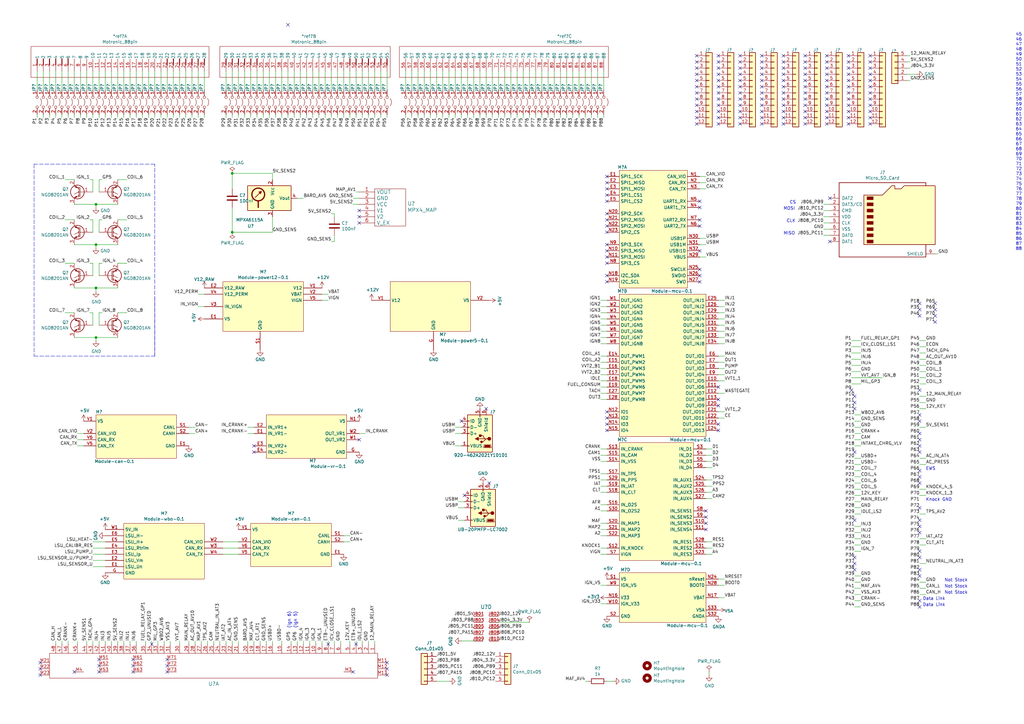
<source format=kicad_sch>
(kicad_sch (version 20210126) (generator eeschema)
  (paper "A3")
  (junction (at 39.37 83.82) (diameter 0.9144))
  (junction (at 39.37 100.33) (diameter 0.9144))
  (junction (at 39.37 118.11) (diameter 0.9144))
  (junction (at 39.37 138.43) (diameter 0.9144))
  (junction (at 95.25 71.12) (diameter 0.9144))
  (junction (at 95.25 95.25) (diameter 0.9144))
  (no_connect (at 16.51 271.78))
  (no_connect (at 16.51 274.32))
  (no_connect (at 16.51 276.86))
  (no_connect (at 30.48 275.59))
  (no_connect (at 40.64 270.51))
  (no_connect (at 40.64 273.05))
  (no_connect (at 40.64 275.59))
  (no_connect (at 54.61 270.51))
  (no_connect (at 54.61 273.05))
  (no_connect (at 54.61 275.59))
  (no_connect (at 62.23 264.16))
  (no_connect (at 68.58 270.51))
  (no_connect (at 68.58 273.05))
  (no_connect (at 68.58 275.59))
  (no_connect (at 104.14 182.88))
  (no_connect (at 104.14 185.42))
  (no_connect (at 118.11 10.16))
  (no_connect (at 134.62 264.16))
  (no_connect (at 144.78 275.59))
  (no_connect (at 146.05 264.16))
  (no_connect (at 147.32 86.36))
  (no_connect (at 147.32 88.9))
  (no_connect (at 147.32 91.44))
  (no_connect (at 147.32 180.34))
  (no_connect (at 158.75 271.78))
  (no_connect (at 158.75 274.32))
  (no_connect (at 158.75 276.86))
  (no_connect (at 189.23 172.72))
  (no_connect (at 190.5 203.2))
  (no_connect (at 199.39 167.64))
  (no_connect (at 200.66 198.12))
  (no_connect (at 248.92 72.39))
  (no_connect (at 248.92 74.93))
  (no_connect (at 248.92 77.47))
  (no_connect (at 248.92 80.01))
  (no_connect (at 248.92 82.55))
  (no_connect (at 248.92 87.63))
  (no_connect (at 248.92 90.17))
  (no_connect (at 248.92 92.71))
  (no_connect (at 248.92 95.25))
  (no_connect (at 248.92 100.33))
  (no_connect (at 248.92 102.87))
  (no_connect (at 248.92 105.41))
  (no_connect (at 248.92 107.95))
  (no_connect (at 248.92 113.03))
  (no_connect (at 248.92 115.57))
  (no_connect (at 248.92 168.91))
  (no_connect (at 248.92 171.45))
  (no_connect (at 248.92 173.99))
  (no_connect (at 248.92 176.53))
  (no_connect (at 285.75 22.86))
  (no_connect (at 285.75 25.4))
  (no_connect (at 285.75 27.94))
  (no_connect (at 285.75 30.48))
  (no_connect (at 285.75 33.02))
  (no_connect (at 285.75 35.56))
  (no_connect (at 285.75 38.1))
  (no_connect (at 285.75 40.64))
  (no_connect (at 285.75 43.18))
  (no_connect (at 285.75 45.72))
  (no_connect (at 285.75 48.26))
  (no_connect (at 285.75 50.8))
  (no_connect (at 287.02 82.55))
  (no_connect (at 287.02 85.09))
  (no_connect (at 287.02 90.17))
  (no_connect (at 287.02 92.71))
  (no_connect (at 287.02 102.87))
  (no_connect (at 287.02 110.49))
  (no_connect (at 287.02 113.03))
  (no_connect (at 287.02 115.57))
  (no_connect (at 289.56 209.55))
  (no_connect (at 289.56 212.09))
  (no_connect (at 289.56 214.63))
  (no_connect (at 289.56 217.17))
  (no_connect (at 294.64 22.86))
  (no_connect (at 294.64 25.4))
  (no_connect (at 294.64 27.94))
  (no_connect (at 294.64 30.48))
  (no_connect (at 294.64 33.02))
  (no_connect (at 294.64 35.56))
  (no_connect (at 294.64 38.1))
  (no_connect (at 294.64 40.64))
  (no_connect (at 294.64 43.18))
  (no_connect (at 294.64 45.72))
  (no_connect (at 294.64 48.26))
  (no_connect (at 294.64 50.8))
  (no_connect (at 294.64 158.75))
  (no_connect (at 294.64 163.83))
  (no_connect (at 294.64 166.37))
  (no_connect (at 294.64 173.99))
  (no_connect (at 294.64 176.53))
  (no_connect (at 303.53 22.86))
  (no_connect (at 303.53 25.4))
  (no_connect (at 303.53 27.94))
  (no_connect (at 303.53 30.48))
  (no_connect (at 303.53 33.02))
  (no_connect (at 303.53 35.56))
  (no_connect (at 303.53 38.1))
  (no_connect (at 303.53 40.64))
  (no_connect (at 303.53 43.18))
  (no_connect (at 303.53 45.72))
  (no_connect (at 303.53 48.26))
  (no_connect (at 303.53 50.8))
  (no_connect (at 312.42 22.86))
  (no_connect (at 312.42 25.4))
  (no_connect (at 312.42 27.94))
  (no_connect (at 312.42 30.48))
  (no_connect (at 312.42 33.02))
  (no_connect (at 312.42 35.56))
  (no_connect (at 312.42 38.1))
  (no_connect (at 312.42 40.64))
  (no_connect (at 312.42 43.18))
  (no_connect (at 312.42 45.72))
  (no_connect (at 312.42 48.26))
  (no_connect (at 312.42 50.8))
  (no_connect (at 321.31 22.86))
  (no_connect (at 321.31 25.4))
  (no_connect (at 321.31 27.94))
  (no_connect (at 321.31 30.48))
  (no_connect (at 321.31 33.02))
  (no_connect (at 321.31 35.56))
  (no_connect (at 321.31 38.1))
  (no_connect (at 321.31 40.64))
  (no_connect (at 321.31 43.18))
  (no_connect (at 321.31 45.72))
  (no_connect (at 321.31 48.26))
  (no_connect (at 321.31 50.8))
  (no_connect (at 330.2 22.86))
  (no_connect (at 330.2 25.4))
  (no_connect (at 330.2 27.94))
  (no_connect (at 330.2 30.48))
  (no_connect (at 330.2 33.02))
  (no_connect (at 330.2 35.56))
  (no_connect (at 330.2 38.1))
  (no_connect (at 330.2 40.64))
  (no_connect (at 330.2 43.18))
  (no_connect (at 330.2 45.72))
  (no_connect (at 330.2 48.26))
  (no_connect (at 330.2 50.8))
  (no_connect (at 339.09 22.86))
  (no_connect (at 339.09 25.4))
  (no_connect (at 339.09 27.94))
  (no_connect (at 339.09 30.48))
  (no_connect (at 339.09 33.02))
  (no_connect (at 339.09 35.56))
  (no_connect (at 339.09 38.1))
  (no_connect (at 339.09 40.64))
  (no_connect (at 339.09 43.18))
  (no_connect (at 339.09 45.72))
  (no_connect (at 339.09 48.26))
  (no_connect (at 339.09 50.8))
  (no_connect (at 340.36 81.28))
  (no_connect (at 340.36 99.06))
  (no_connect (at 347.98 22.86))
  (no_connect (at 347.98 25.4))
  (no_connect (at 347.98 27.94))
  (no_connect (at 347.98 30.48))
  (no_connect (at 347.98 33.02))
  (no_connect (at 347.98 35.56))
  (no_connect (at 347.98 38.1))
  (no_connect (at 347.98 40.64))
  (no_connect (at 347.98 43.18))
  (no_connect (at 347.98 45.72))
  (no_connect (at 347.98 48.26))
  (no_connect (at 347.98 50.8))
  (no_connect (at 349.25 160.02))
  (no_connect (at 350.52 162.56))
  (no_connect (at 350.52 165.1))
  (no_connect (at 350.52 167.64))
  (no_connect (at 350.52 185.42))
  (no_connect (at 350.52 213.36))
  (no_connect (at 350.52 228.6))
  (no_connect (at 350.52 231.14))
  (no_connect (at 350.52 233.68))
  (no_connect (at 356.87 22.86))
  (no_connect (at 356.87 25.4))
  (no_connect (at 356.87 27.94))
  (no_connect (at 356.87 30.48))
  (no_connect (at 356.87 33.02))
  (no_connect (at 356.87 35.56))
  (no_connect (at 356.87 38.1))
  (no_connect (at 356.87 40.64))
  (no_connect (at 356.87 43.18))
  (no_connect (at 356.87 45.72))
  (no_connect (at 356.87 48.26))
  (no_connect (at 356.87 50.8))
  (no_connect (at 377.19 124.46))
  (no_connect (at 377.19 127))
  (no_connect (at 377.19 129.54))
  (no_connect (at 377.19 160.02))
  (no_connect (at 377.19 170.18))
  (no_connect (at 377.19 172.72))
  (no_connect (at 377.19 177.8))
  (no_connect (at 377.19 180.34))
  (no_connect (at 377.19 182.88))
  (no_connect (at 377.19 185.42))
  (no_connect (at 377.19 193.04))
  (no_connect (at 377.19 195.58))
  (no_connect (at 377.19 198.12))
  (no_connect (at 377.19 208.28))
  (no_connect (at 377.19 213.36))
  (no_connect (at 377.19 215.9))
  (no_connect (at 377.19 218.44))
  (no_connect (at 377.19 226.06))
  (no_connect (at 377.19 228.6))
  (no_connect (at 377.19 233.68))
  (no_connect (at 377.19 236.22))
  (no_connect (at 377.19 246.38))
  (no_connect (at 377.19 248.92))
  (no_connect (at 383.54 124.46))
  (no_connect (at 383.54 127))
  (no_connect (at 383.54 129.54))
  (no_connect (at 383.54 132.08))
  (wire (pts (xy 15.24 36.83) (xy 15.24 29.21)))
  (wire (pts (xy 15.24 46.99) (xy 15.24 48.26)))
  (wire (pts (xy 17.78 36.83) (xy 17.78 29.21)))
  (wire (pts (xy 17.78 48.26) (xy 17.78 46.99)))
  (wire (pts (xy 20.32 36.83) (xy 20.32 29.21)))
  (wire (pts (xy 20.32 46.99) (xy 20.32 48.26)))
  (wire (pts (xy 22.86 36.83) (xy 22.86 29.21)))
  (wire (pts (xy 22.86 48.26) (xy 22.86 46.99)))
  (wire (pts (xy 22.86 264.16) (xy 22.86 262.89)))
  (wire (pts (xy 25.4 36.83) (xy 25.4 29.21)))
  (wire (pts (xy 25.4 46.99) (xy 25.4 48.26)))
  (wire (pts (xy 25.4 262.89) (xy 25.4 264.16)))
  (wire (pts (xy 26.67 73.66) (xy 30.48 73.66)))
  (wire (pts (xy 26.67 90.17) (xy 30.48 90.17)))
  (wire (pts (xy 26.67 107.95) (xy 30.48 107.95)))
  (wire (pts (xy 26.67 128.27) (xy 30.48 128.27)))
  (wire (pts (xy 27.94 29.21) (xy 27.94 36.83)))
  (wire (pts (xy 27.94 48.26) (xy 27.94 46.99)))
  (wire (pts (xy 27.94 264.16) (xy 27.94 262.89)))
  (wire (pts (xy 30.48 36.83) (xy 30.48 29.21)))
  (wire (pts (xy 30.48 46.99) (xy 30.48 48.26)))
  (wire (pts (xy 30.48 83.82) (xy 39.37 83.82)))
  (wire (pts (xy 30.48 100.33) (xy 39.37 100.33)))
  (wire (pts (xy 30.48 118.11) (xy 39.37 118.11)))
  (wire (pts (xy 30.48 138.43) (xy 39.37 138.43)))
  (wire (pts (xy 31.75 177.8) (xy 34.29 177.8)))
  (wire (pts (xy 31.75 180.34) (xy 34.29 180.34)))
  (wire (pts (xy 31.75 182.88) (xy 34.29 182.88)))
  (wire (pts (xy 31.75 262.89) (xy 31.75 264.16)))
  (wire (pts (xy 33.02 29.21) (xy 33.02 36.83)))
  (wire (pts (xy 33.02 48.26) (xy 33.02 46.99)))
  (wire (pts (xy 35.56 36.83) (xy 35.56 29.21)))
  (wire (pts (xy 35.56 46.99) (xy 35.56 48.26)))
  (wire (pts (xy 35.56 262.89) (xy 35.56 264.16)))
  (wire (pts (xy 36.83 73.66) (xy 38.1 73.66)))
  (wire (pts (xy 38.1 29.21) (xy 38.1 36.83)))
  (wire (pts (xy 38.1 48.26) (xy 38.1 46.99)))
  (wire (pts (xy 38.1 73.66) (xy 38.1 78.74)))
  (wire (pts (xy 38.1 90.17) (xy 36.83 90.17)))
  (wire (pts (xy 38.1 95.25) (xy 38.1 90.17)))
  (wire (pts (xy 38.1 107.95) (xy 36.83 107.95)))
  (wire (pts (xy 38.1 113.03) (xy 38.1 107.95)))
  (wire (pts (xy 38.1 128.27) (xy 36.83 128.27)))
  (wire (pts (xy 38.1 133.35) (xy 38.1 128.27)))
  (wire (pts (xy 38.1 222.25) (xy 43.18 222.25)))
  (wire (pts (xy 38.1 224.79) (xy 43.18 224.79)))
  (wire (pts (xy 38.1 227.33) (xy 43.18 227.33)))
  (wire (pts (xy 38.1 229.87) (xy 43.18 229.87)))
  (wire (pts (xy 38.1 232.41) (xy 43.18 232.41)))
  (wire (pts (xy 38.1 264.16) (xy 38.1 262.89)))
  (wire (pts (xy 39.37 83.82) (xy 39.37 85.09)))
  (wire (pts (xy 39.37 83.82) (xy 48.26 83.82)))
  (wire (pts (xy 39.37 100.33) (xy 39.37 101.6)))
  (wire (pts (xy 39.37 100.33) (xy 48.26 100.33)))
  (wire (pts (xy 39.37 118.11) (xy 48.26 118.11)))
  (wire (pts (xy 39.37 119.38) (xy 39.37 118.11)))
  (wire (pts (xy 39.37 138.43) (xy 48.26 138.43)))
  (wire (pts (xy 39.37 139.7) (xy 39.37 138.43)))
  (wire (pts (xy 40.64 36.83) (xy 40.64 29.21)))
  (wire (pts (xy 40.64 46.99) (xy 40.64 48.26)))
  (wire (pts (xy 40.64 73.66) (xy 41.91 73.66)))
  (wire (pts (xy 40.64 78.74) (xy 40.64 73.66)))
  (wire (pts (xy 40.64 90.17) (xy 40.64 95.25)))
  (wire (pts (xy 40.64 90.17) (xy 41.91 90.17)))
  (wire (pts (xy 40.64 107.95) (xy 40.64 113.03)))
  (wire (pts (xy 40.64 128.27) (xy 40.64 133.35)))
  (wire (pts (xy 40.64 264.16) (xy 40.64 262.89)))
  (wire (pts (xy 41.91 107.95) (xy 40.64 107.95)))
  (wire (pts (xy 41.91 128.27) (xy 40.64 128.27)))
  (wire (pts (xy 43.18 29.21) (xy 43.18 36.83)))
  (wire (pts (xy 43.18 48.26) (xy 43.18 46.99)))
  (wire (pts (xy 43.18 264.16) (xy 43.18 262.89)))
  (wire (pts (xy 45.72 36.83) (xy 45.72 29.21)))
  (wire (pts (xy 45.72 46.99) (xy 45.72 48.26)))
  (wire (pts (xy 45.72 262.89) (xy 45.72 264.16)))
  (wire (pts (xy 48.26 29.21) (xy 48.26 36.83)))
  (wire (pts (xy 48.26 48.26) (xy 48.26 46.99)))
  (wire (pts (xy 48.26 73.66) (xy 52.07 73.66)))
  (wire (pts (xy 48.26 90.17) (xy 52.07 90.17)))
  (wire (pts (xy 48.26 107.95) (xy 52.07 107.95)))
  (wire (pts (xy 48.26 128.27) (xy 52.07 128.27)))
  (wire (pts (xy 48.26 264.16) (xy 48.26 262.89)))
  (wire (pts (xy 50.8 29.21) (xy 50.8 36.83)))
  (wire (pts (xy 50.8 46.99) (xy 50.8 48.26)))
  (wire (pts (xy 50.8 262.89) (xy 50.8 264.16)))
  (wire (pts (xy 53.34 36.83) (xy 53.34 29.21)))
  (wire (pts (xy 53.34 48.26) (xy 53.34 46.99)))
  (wire (pts (xy 53.34 264.16) (xy 53.34 262.89)))
  (wire (pts (xy 55.88 29.21) (xy 55.88 36.83)))
  (wire (pts (xy 55.88 46.99) (xy 55.88 48.26)))
  (wire (pts (xy 55.88 262.89) (xy 55.88 264.16)))
  (wire (pts (xy 58.42 36.83) (xy 58.42 29.21)))
  (wire (pts (xy 58.42 48.26) (xy 58.42 46.99)))
  (wire (pts (xy 59.69 264.16) (xy 59.69 262.89)))
  (wire (pts (xy 60.96 29.21) (xy 60.96 36.83)))
  (wire (pts (xy 60.96 48.26) (xy 60.96 46.99)))
  (wire (pts (xy 62.23 262.89) (xy 62.23 264.16)))
  (wire (pts (xy 63.5 36.83) (xy 63.5 29.21)))
  (wire (pts (xy 63.5 46.99) (xy 63.5 48.26)))
  (wire (pts (xy 64.77 264.16) (xy 64.77 262.89)))
  (wire (pts (xy 66.04 29.21) (xy 66.04 36.83)))
  (wire (pts (xy 66.04 48.26) (xy 66.04 46.99)))
  (wire (pts (xy 67.31 262.89) (xy 67.31 264.16)))
  (wire (pts (xy 68.58 36.83) (xy 68.58 29.21)))
  (wire (pts (xy 68.58 46.99) (xy 68.58 48.26)))
  (wire (pts (xy 69.85 262.89) (xy 69.85 264.16)))
  (wire (pts (xy 71.12 29.21) (xy 71.12 36.83)))
  (wire (pts (xy 71.12 48.26) (xy 71.12 46.99)))
  (wire (pts (xy 73.66 36.83) (xy 73.66 29.21)))
  (wire (pts (xy 73.66 46.99) (xy 73.66 48.26)))
  (wire (pts (xy 73.66 264.16) (xy 73.66 262.89)))
  (wire (pts (xy 76.2 29.21) (xy 76.2 36.83)))
  (wire (pts (xy 76.2 48.26) (xy 76.2 46.99)))
  (wire (pts (xy 77.47 175.26) (xy 80.01 175.26)))
  (wire (pts (xy 77.47 177.8) (xy 80.01 177.8)))
  (wire (pts (xy 77.47 262.89) (xy 77.47 264.16)))
  (wire (pts (xy 78.74 36.83) (xy 78.74 29.21)))
  (wire (pts (xy 78.74 46.99) (xy 78.74 48.26)))
  (wire (pts (xy 80.01 262.89) (xy 80.01 264.16)))
  (wire (pts (xy 81.28 29.21) (xy 81.28 36.83)))
  (wire (pts (xy 81.28 48.26) (xy 81.28 46.99)))
  (wire (pts (xy 81.28 120.65) (xy 83.82 120.65)))
  (wire (pts (xy 81.28 125.73) (xy 83.82 125.73)))
  (wire (pts (xy 82.55 264.16) (xy 82.55 262.89)))
  (wire (pts (xy 83.82 36.83) (xy 83.82 29.21)))
  (wire (pts (xy 83.82 46.99) (xy 83.82 48.26)))
  (wire (pts (xy 85.09 262.89) (xy 85.09 264.16)))
  (wire (pts (xy 87.63 264.16) (xy 87.63 262.89)))
  (wire (pts (xy 90.17 262.89) (xy 90.17 264.16)))
  (wire (pts (xy 91.44 222.25) (xy 97.79 222.25)))
  (wire (pts (xy 92.71 36.83) (xy 92.71 29.21)))
  (wire (pts (xy 92.71 48.26) (xy 92.71 46.99)))
  (wire (pts (xy 92.71 262.89) (xy 92.71 264.16)))
  (wire (pts (xy 95.25 36.83) (xy 95.25 29.21)))
  (wire (pts (xy 95.25 46.99) (xy 95.25 48.26)))
  (wire (pts (xy 95.25 71.12) (xy 95.25 77.47)))
  (wire (pts (xy 95.25 95.25) (xy 95.25 85.09)))
  (wire (pts (xy 95.25 264.16) (xy 95.25 262.89)))
  (wire (pts (xy 97.79 29.21) (xy 97.79 36.83)))
  (wire (pts (xy 97.79 48.26) (xy 97.79 46.99)))
  (wire (pts (xy 97.79 224.79) (xy 91.44 224.79)))
  (wire (pts (xy 97.79 227.33) (xy 91.44 227.33)))
  (wire (pts (xy 97.79 262.89) (xy 97.79 264.16)))
  (wire (pts (xy 100.33 36.83) (xy 100.33 29.21)))
  (wire (pts (xy 100.33 46.99) (xy 100.33 48.26)))
  (wire (pts (xy 101.6 175.26) (xy 104.14 175.26)))
  (wire (pts (xy 101.6 177.8) (xy 104.14 177.8)))
  (wire (pts (xy 101.6 264.16) (xy 101.6 262.89)))
  (wire (pts (xy 102.87 29.21) (xy 102.87 36.83)))
  (wire (pts (xy 102.87 48.26) (xy 102.87 46.99)))
  (wire (pts (xy 104.14 262.89) (xy 104.14 264.16)))
  (wire (pts (xy 105.41 36.83) (xy 105.41 29.21)))
  (wire (pts (xy 105.41 46.99) (xy 105.41 48.26)))
  (wire (pts (xy 106.68 264.16) (xy 106.68 262.89)))
  (wire (pts (xy 107.95 29.21) (xy 107.95 36.83)))
  (wire (pts (xy 107.95 48.26) (xy 107.95 46.99)))
  (wire (pts (xy 109.22 262.89) (xy 109.22 264.16)))
  (wire (pts (xy 110.49 36.83) (xy 110.49 29.21)))
  (wire (pts (xy 110.49 46.99) (xy 110.49 48.26)))
  (wire (pts (xy 111.76 71.12) (xy 95.25 71.12)))
  (wire (pts (xy 111.76 73.66) (xy 111.76 71.12)))
  (wire (pts (xy 111.76 88.9) (xy 111.76 95.25)))
  (wire (pts (xy 111.76 95.25) (xy 95.25 95.25)))
  (wire (pts (xy 111.76 264.16) (xy 111.76 262.89)))
  (wire (pts (xy 113.03 29.21) (xy 113.03 36.83)))
  (wire (pts (xy 113.03 48.26) (xy 113.03 46.99)))
  (wire (pts (xy 115.57 36.83) (xy 115.57 29.21)))
  (wire (pts (xy 115.57 46.99) (xy 115.57 48.26)))
  (wire (pts (xy 115.57 262.89) (xy 115.57 264.16)))
  (wire (pts (xy 118.11 29.21) (xy 118.11 36.83)))
  (wire (pts (xy 118.11 48.26) (xy 118.11 46.99)))
  (wire (pts (xy 119.38 264.16) (xy 119.38 262.89)))
  (wire (pts (xy 120.65 29.21) (xy 120.65 36.83)))
  (wire (pts (xy 120.65 46.99) (xy 120.65 48.26)))
  (wire (pts (xy 121.92 81.28) (xy 124.46 81.28)))
  (wire (pts (xy 121.92 262.89) (xy 121.92 264.16)))
  (wire (pts (xy 123.19 36.83) (xy 123.19 29.21)))
  (wire (pts (xy 123.19 48.26) (xy 123.19 46.99)))
  (wire (pts (xy 124.46 264.16) (xy 124.46 262.89)))
  (wire (pts (xy 125.73 29.21) (xy 125.73 36.83)))
  (wire (pts (xy 125.73 46.99) (xy 125.73 48.26)))
  (wire (pts (xy 127 262.89) (xy 127 264.16)))
  (wire (pts (xy 128.27 36.83) (xy 128.27 29.21)))
  (wire (pts (xy 128.27 46.99) (xy 128.27 48.26)))
  (wire (pts (xy 129.54 264.16) (xy 129.54 262.89)))
  (wire (pts (xy 130.81 29.21) (xy 130.81 36.83)))
  (wire (pts (xy 130.81 48.26) (xy 130.81 46.99)))
  (wire (pts (xy 132.08 120.65) (xy 134.62 120.65)))
  (wire (pts (xy 132.08 123.19) (xy 134.62 123.19)))
  (wire (pts (xy 132.08 262.89) (xy 132.08 264.16)))
  (wire (pts (xy 133.35 36.83) (xy 133.35 29.21)))
  (wire (pts (xy 133.35 46.99) (xy 133.35 48.26)))
  (wire (pts (xy 134.62 264.16) (xy 134.62 262.89)))
  (wire (pts (xy 135.89 29.21) (xy 135.89 36.83)))
  (wire (pts (xy 135.89 48.26) (xy 135.89 46.99)))
  (wire (pts (xy 135.89 87.63) (xy 137.16 87.63)))
  (wire (pts (xy 135.89 99.06) (xy 137.16 99.06)))
  (wire (pts (xy 137.16 87.63) (xy 137.16 88.9)))
  (wire (pts (xy 137.16 99.06) (xy 137.16 96.52)))
  (wire (pts (xy 137.16 262.89) (xy 137.16 264.16)))
  (wire (pts (xy 138.43 36.83) (xy 138.43 29.21)))
  (wire (pts (xy 138.43 46.99) (xy 138.43 48.26)))
  (wire (pts (xy 139.7 264.16) (xy 139.7 262.89)))
  (wire (pts (xy 140.97 29.21) (xy 140.97 36.83)))
  (wire (pts (xy 140.97 48.26) (xy 140.97 46.99)))
  (wire (pts (xy 140.97 219.71) (xy 143.51 219.71)))
  (wire (pts (xy 140.97 222.25) (xy 143.51 222.25)))
  (wire (pts (xy 143.51 36.83) (xy 143.51 29.21)))
  (wire (pts (xy 143.51 46.99) (xy 143.51 48.26)))
  (wire (pts (xy 143.51 262.89) (xy 143.51 264.16)))
  (wire (pts (xy 144.78 83.82) (xy 147.32 83.82)))
  (wire (pts (xy 146.05 29.21) (xy 146.05 36.83)))
  (wire (pts (xy 146.05 48.26) (xy 146.05 46.99)))
  (wire (pts (xy 146.05 78.74) (xy 147.32 78.74)))
  (wire (pts (xy 146.05 264.16) (xy 146.05 262.89)))
  (wire (pts (xy 147.32 81.28) (xy 144.78 81.28)))
  (wire (pts (xy 147.32 177.8) (xy 149.86 177.8)))
  (wire (pts (xy 148.59 36.83) (xy 148.59 29.21)))
  (wire (pts (xy 148.59 46.99) (xy 148.59 48.26)))
  (wire (pts (xy 148.59 262.89) (xy 148.59 264.16)))
  (wire (pts (xy 151.13 29.21) (xy 151.13 36.83)))
  (wire (pts (xy 151.13 48.26) (xy 151.13 46.99)))
  (wire (pts (xy 151.13 262.89) (xy 151.13 264.16)))
  (wire (pts (xy 153.67 36.83) (xy 153.67 29.21)))
  (wire (pts (xy 153.67 46.99) (xy 153.67 48.26)))
  (wire (pts (xy 153.67 262.89) (xy 153.67 264.16)))
  (wire (pts (xy 156.21 36.83) (xy 156.21 29.21)))
  (wire (pts (xy 156.21 48.26) (xy 156.21 46.99)))
  (wire (pts (xy 158.75 29.21) (xy 158.75 36.83)))
  (wire (pts (xy 158.75 46.99) (xy 158.75 48.26)))
  (wire (pts (xy 166.37 36.83) (xy 166.37 29.21)))
  (wire (pts (xy 166.37 48.26) (xy 166.37 46.99)))
  (wire (pts (xy 168.91 36.83) (xy 168.91 29.21)))
  (wire (pts (xy 168.91 46.99) (xy 168.91 48.26)))
  (wire (pts (xy 171.45 36.83) (xy 171.45 29.21)))
  (wire (pts (xy 171.45 48.26) (xy 171.45 46.99)))
  (wire (pts (xy 173.99 29.21) (xy 173.99 36.83)))
  (wire (pts (xy 173.99 46.99) (xy 173.99 48.26)))
  (wire (pts (xy 176.53 36.83) (xy 176.53 29.21)))
  (wire (pts (xy 176.53 48.26) (xy 176.53 46.99)))
  (wire (pts (xy 179.07 29.21) (xy 179.07 36.83)))
  (wire (pts (xy 179.07 46.99) (xy 179.07 48.26)))
  (wire (pts (xy 179.07 279.4) (xy 184.15 279.4)))
  (wire (pts (xy 181.61 36.83) (xy 181.61 29.21)))
  (wire (pts (xy 181.61 48.26) (xy 181.61 46.99)))
  (wire (pts (xy 184.15 29.21) (xy 184.15 36.83)))
  (wire (pts (xy 184.15 46.99) (xy 184.15 48.26)))
  (wire (pts (xy 186.69 36.83) (xy 186.69 29.21)))
  (wire (pts (xy 186.69 48.26) (xy 186.69 46.99)))
  (wire (pts (xy 186.69 175.26) (xy 189.23 175.26)))
  (wire (pts (xy 186.69 177.8) (xy 189.23 177.8)))
  (wire (pts (xy 186.69 182.88) (xy 189.23 182.88)))
  (wire (pts (xy 187.96 205.74) (xy 190.5 205.74)))
  (wire (pts (xy 187.96 208.28) (xy 190.5 208.28)))
  (wire (pts (xy 187.96 213.36) (xy 190.5 213.36)))
  (wire (pts (xy 189.23 29.21) (xy 189.23 36.83)))
  (wire (pts (xy 189.23 46.99) (xy 189.23 48.26)))
  (wire (pts (xy 191.77 36.83) (xy 191.77 29.21)))
  (wire (pts (xy 191.77 46.99) (xy 191.77 48.26)))
  (wire (pts (xy 194.31 29.21) (xy 194.31 36.83)))
  (wire (pts (xy 194.31 48.26) (xy 194.31 46.99)))
  (wire (pts (xy 194.31 262.89) (xy 189.23 262.89)))
  (wire (pts (xy 196.85 29.21) (xy 196.85 36.83)))
  (wire (pts (xy 196.85 46.99) (xy 196.85 48.26)))
  (wire (pts (xy 199.39 36.83) (xy 199.39 29.21)))
  (wire (pts (xy 199.39 48.26) (xy 199.39 46.99)))
  (wire (pts (xy 201.93 29.21) (xy 201.93 36.83)))
  (wire (pts (xy 201.93 46.99) (xy 201.93 48.26)))
  (wire (pts (xy 204.47 36.83) (xy 204.47 29.21)))
  (wire (pts (xy 204.47 48.26) (xy 204.47 46.99)))
  (wire (pts (xy 207.01 29.21) (xy 207.01 36.83)))
  (wire (pts (xy 207.01 46.99) (xy 207.01 48.26)))
  (wire (pts (xy 209.55 36.83) (xy 209.55 29.21)))
  (wire (pts (xy 209.55 48.26) (xy 209.55 46.99)))
  (wire (pts (xy 212.09 29.21) (xy 212.09 36.83)))
  (wire (pts (xy 212.09 46.99) (xy 212.09 48.26)))
  (wire (pts (xy 214.63 36.83) (xy 214.63 29.21)))
  (wire (pts (xy 214.63 48.26) (xy 214.63 46.99)))
  (wire (pts (xy 217.17 29.21) (xy 217.17 36.83)))
  (wire (pts (xy 217.17 46.99) (xy 217.17 48.26)))
  (wire (pts (xy 217.17 255.27) (xy 204.47 255.27)))
  (wire (pts (xy 219.71 36.83) (xy 219.71 29.21)))
  (wire (pts (xy 219.71 48.26) (xy 219.71 46.99)))
  (wire (pts (xy 222.25 29.21) (xy 222.25 36.83)))
  (wire (pts (xy 222.25 46.99) (xy 222.25 48.26)))
  (wire (pts (xy 224.79 36.83) (xy 224.79 29.21)))
  (wire (pts (xy 224.79 48.26) (xy 224.79 46.99)))
  (wire (pts (xy 227.33 29.21) (xy 227.33 36.83)))
  (wire (pts (xy 227.33 46.99) (xy 227.33 48.26)))
  (wire (pts (xy 229.87 36.83) (xy 229.87 29.21)))
  (wire (pts (xy 229.87 48.26) (xy 229.87 46.99)))
  (wire (pts (xy 232.41 29.21) (xy 232.41 36.83)))
  (wire (pts (xy 232.41 48.26) (xy 232.41 46.99)))
  (wire (pts (xy 234.95 36.83) (xy 234.95 29.21)))
  (wire (pts (xy 234.95 48.26) (xy 234.95 46.99)))
  (wire (pts (xy 237.49 29.21) (xy 237.49 36.83)))
  (wire (pts (xy 237.49 46.99) (xy 237.49 48.26)))
  (wire (pts (xy 240.03 36.83) (xy 240.03 29.21)))
  (wire (pts (xy 240.03 48.26) (xy 240.03 46.99)))
  (wire (pts (xy 241.3 279.4) (xy 240.03 279.4)))
  (wire (pts (xy 242.57 29.21) (xy 242.57 36.83)))
  (wire (pts (xy 242.57 46.99) (xy 242.57 48.26)))
  (wire (pts (xy 245.11 36.83) (xy 245.11 29.21)))
  (wire (pts (xy 245.11 48.26) (xy 245.11 46.99)))
  (wire (pts (xy 246.38 123.19) (xy 248.92 123.19)))
  (wire (pts (xy 246.38 125.73) (xy 248.92 125.73)))
  (wire (pts (xy 246.38 128.27) (xy 248.92 128.27)))
  (wire (pts (xy 246.38 130.81) (xy 248.92 130.81)))
  (wire (pts (xy 246.38 133.35) (xy 248.92 133.35)))
  (wire (pts (xy 246.38 135.89) (xy 248.92 135.89)))
  (wire (pts (xy 246.38 138.43) (xy 248.92 138.43)))
  (wire (pts (xy 246.38 140.97) (xy 248.92 140.97)))
  (wire (pts (xy 246.38 146.05) (xy 248.92 146.05)))
  (wire (pts (xy 246.38 148.59) (xy 248.92 148.59)))
  (wire (pts (xy 246.38 151.13) (xy 248.92 151.13)))
  (wire (pts (xy 246.38 153.67) (xy 248.92 153.67)))
  (wire (pts (xy 246.38 156.21) (xy 248.92 156.21)))
  (wire (pts (xy 246.38 158.75) (xy 248.92 158.75)))
  (wire (pts (xy 246.38 161.29) (xy 248.92 161.29)))
  (wire (pts (xy 246.38 163.83) (xy 248.92 163.83)))
  (wire (pts (xy 246.38 184.15) (xy 248.92 184.15)))
  (wire (pts (xy 246.38 186.69) (xy 248.92 186.69)))
  (wire (pts (xy 246.38 189.23) (xy 248.92 189.23)))
  (wire (pts (xy 246.38 194.31) (xy 248.92 194.31)))
  (wire (pts (xy 246.38 196.85) (xy 248.92 196.85)))
  (wire (pts (xy 246.38 199.39) (xy 248.92 199.39)))
  (wire (pts (xy 246.38 201.93) (xy 248.92 201.93)))
  (wire (pts (xy 246.38 207.01) (xy 248.92 207.01)))
  (wire (pts (xy 246.38 209.55) (xy 248.92 209.55)))
  (wire (pts (xy 246.38 214.63) (xy 248.92 214.63)))
  (wire (pts (xy 246.38 217.17) (xy 248.92 217.17)))
  (wire (pts (xy 246.38 219.71) (xy 248.92 219.71)))
  (wire (pts (xy 246.38 224.79) (xy 248.92 224.79)))
  (wire (pts (xy 246.38 227.33) (xy 248.92 227.33)))
  (wire (pts (xy 246.38 240.03) (xy 248.92 240.03)))
  (wire (pts (xy 246.38 247.65) (xy 248.92 247.65)))
  (wire (pts (xy 247.65 29.21) (xy 247.65 36.83)))
  (wire (pts (xy 247.65 46.99) (xy 247.65 48.26)))
  (wire (pts (xy 251.46 279.4) (xy 248.92 279.4)))
  (wire (pts (xy 287.02 72.39) (xy 289.56 72.39)))
  (wire (pts (xy 287.02 74.93) (xy 289.56 74.93)))
  (wire (pts (xy 287.02 77.47) (xy 289.56 77.47)))
  (wire (pts (xy 287.02 97.79) (xy 289.56 97.79)))
  (wire (pts (xy 287.02 100.33) (xy 289.56 100.33)))
  (wire (pts (xy 287.02 105.41) (xy 289.56 105.41)))
  (wire (pts (xy 289.56 184.15) (xy 292.1 184.15)))
  (wire (pts (xy 289.56 186.69) (xy 292.1 186.69)))
  (wire (pts (xy 289.56 189.23) (xy 292.1 189.23)))
  (wire (pts (xy 289.56 191.77) (xy 292.1 191.77)))
  (wire (pts (xy 289.56 196.85) (xy 292.1 196.85)))
  (wire (pts (xy 289.56 199.39) (xy 292.1 199.39)))
  (wire (pts (xy 289.56 201.93) (xy 292.1 201.93)))
  (wire (pts (xy 289.56 204.47) (xy 292.1 204.47)))
  (wire (pts (xy 289.56 222.25) (xy 292.1 222.25)))
  (wire (pts (xy 289.56 224.79) (xy 292.1 224.79)))
  (wire (pts (xy 289.56 227.33) (xy 292.1 227.33)))
  (wire (pts (xy 290.83 275.59) (xy 290.83 276.86)))
  (wire (pts (xy 294.64 123.19) (xy 297.18 123.19)))
  (wire (pts (xy 294.64 125.73) (xy 297.18 125.73)))
  (wire (pts (xy 294.64 128.27) (xy 297.18 128.27)))
  (wire (pts (xy 294.64 130.81) (xy 297.18 130.81)))
  (wire (pts (xy 294.64 133.35) (xy 297.18 133.35)))
  (wire (pts (xy 294.64 135.89) (xy 297.18 135.89)))
  (wire (pts (xy 294.64 138.43) (xy 297.18 138.43)))
  (wire (pts (xy 294.64 140.97) (xy 297.18 140.97)))
  (wire (pts (xy 294.64 146.05) (xy 297.18 146.05)))
  (wire (pts (xy 294.64 148.59) (xy 297.18 148.59)))
  (wire (pts (xy 294.64 151.13) (xy 297.18 151.13)))
  (wire (pts (xy 294.64 153.67) (xy 297.18 153.67)))
  (wire (pts (xy 294.64 156.21) (xy 297.18 156.21)))
  (wire (pts (xy 294.64 161.29) (xy 297.18 161.29)))
  (wire (pts (xy 294.64 168.91) (xy 297.18 168.91)))
  (wire (pts (xy 294.64 171.45) (xy 297.18 171.45)))
  (wire (pts (xy 294.64 237.49) (xy 297.18 237.49)))
  (wire (pts (xy 294.64 240.03) (xy 297.18 240.03)))
  (wire (pts (xy 294.64 245.11) (xy 297.18 245.11)))
  (wire (pts (xy 337.82 83.82) (xy 340.36 83.82)))
  (wire (pts (xy 337.82 86.36) (xy 340.36 86.36)))
  (wire (pts (xy 337.82 91.44) (xy 340.36 91.44)))
  (wire (pts (xy 337.82 96.52) (xy 340.36 96.52)))
  (wire (pts (xy 340.36 88.9) (xy 337.82 88.9)))
  (wire (pts (xy 340.36 93.98) (xy 337.82 93.98)))
  (wire (pts (xy 349.25 139.7) (xy 353.06 139.7)))
  (wire (pts (xy 349.25 142.24) (xy 353.06 142.24)))
  (wire (pts (xy 349.25 144.78) (xy 353.06 144.78)))
  (wire (pts (xy 349.25 147.32) (xy 353.06 147.32)))
  (wire (pts (xy 349.25 149.86) (xy 353.06 149.86)))
  (wire (pts (xy 349.25 152.4) (xy 353.06 152.4)))
  (wire (pts (xy 349.25 154.94) (xy 361.95 154.94)))
  (wire (pts (xy 349.25 157.48) (xy 353.06 157.48)))
  (wire (pts (xy 350.52 170.18) (xy 353.06 170.18)))
  (wire (pts (xy 350.52 172.72) (xy 353.06 172.72)))
  (wire (pts (xy 350.52 175.26) (xy 353.06 175.26)))
  (wire (pts (xy 350.52 177.8) (xy 353.06 177.8)))
  (wire (pts (xy 350.52 180.34) (xy 353.06 180.34)))
  (wire (pts (xy 350.52 182.88) (xy 353.06 182.88)))
  (wire (pts (xy 350.52 187.96) (xy 353.06 187.96)))
  (wire (pts (xy 350.52 193.04) (xy 353.06 193.04)))
  (wire (pts (xy 350.52 195.58) (xy 353.06 195.58)))
  (wire (pts (xy 350.52 198.12) (xy 353.06 198.12)))
  (wire (pts (xy 350.52 200.66) (xy 353.06 200.66)))
  (wire (pts (xy 350.52 203.2) (xy 353.06 203.2)))
  (wire (pts (xy 350.52 205.74) (xy 353.06 205.74)))
  (wire (pts (xy 350.52 208.28) (xy 353.06 208.28)))
  (wire (pts (xy 350.52 210.82) (xy 353.06 210.82)))
  (wire (pts (xy 350.52 215.9) (xy 353.06 215.9)))
  (wire (pts (xy 350.52 218.44) (xy 353.06 218.44)))
  (wire (pts (xy 350.52 220.98) (xy 353.06 220.98)))
  (wire (pts (xy 350.52 223.52) (xy 353.06 223.52)))
  (wire (pts (xy 350.52 226.06) (xy 353.06 226.06)))
  (wire (pts (xy 350.52 236.22) (xy 353.06 236.22)))
  (wire (pts (xy 350.52 238.76) (xy 353.06 238.76)))
  (wire (pts (xy 350.52 241.3) (xy 353.06 241.3)))
  (wire (pts (xy 350.52 243.84) (xy 353.06 243.84)))
  (wire (pts (xy 350.52 246.38) (xy 353.06 246.38)))
  (wire (pts (xy 350.52 248.92) (xy 353.06 248.92)))
  (wire (pts (xy 353.06 190.5) (xy 350.52 190.5)))
  (wire (pts (xy 372.11 22.86) (xy 373.38 22.86)))
  (wire (pts (xy 372.11 27.94) (xy 373.38 27.94)))
  (wire (pts (xy 372.11 33.02) (xy 373.38 33.02)))
  (wire (pts (xy 373.38 25.4) (xy 372.11 25.4)))
  (wire (pts (xy 375.92 30.48) (xy 372.11 30.48)))
  (wire (pts (xy 377.19 139.7) (xy 379.73 139.7)))
  (wire (pts (xy 377.19 142.24) (xy 379.73 142.24)))
  (wire (pts (xy 377.19 144.78) (xy 379.73 144.78)))
  (wire (pts (xy 377.19 147.32) (xy 379.73 147.32)))
  (wire (pts (xy 377.19 149.86) (xy 379.73 149.86)))
  (wire (pts (xy 377.19 152.4) (xy 379.73 152.4)))
  (wire (pts (xy 377.19 154.94) (xy 379.73 154.94)))
  (wire (pts (xy 377.19 157.48) (xy 379.73 157.48)))
  (wire (pts (xy 377.19 162.56) (xy 379.73 162.56)))
  (wire (pts (xy 377.19 167.64) (xy 379.73 167.64)))
  (wire (pts (xy 377.19 187.96) (xy 379.73 187.96)))
  (wire (pts (xy 377.19 200.66) (xy 379.73 200.66)))
  (wire (pts (xy 377.19 210.82) (xy 379.73 210.82)))
  (wire (pts (xy 377.19 223.52) (xy 379.73 223.52)))
  (wire (pts (xy 377.19 231.14) (xy 379.73 231.14)))
  (wire (pts (xy 377.19 241.3) (xy 379.73 241.3)))
  (wire (pts (xy 379.73 165.1) (xy 377.19 165.1)))
  (wire (pts (xy 379.73 175.26) (xy 377.19 175.26)))
  (wire (pts (xy 379.73 190.5) (xy 377.19 190.5)))
  (wire (pts (xy 379.73 203.2) (xy 377.19 203.2)))
  (wire (pts (xy 379.73 220.98) (xy 377.19 220.98)))
  (wire (pts (xy 379.73 238.76) (xy 377.19 238.76)))
  (wire (pts (xy 379.73 243.84) (xy 377.19 243.84)))
  (wire (pts (xy 384.81 104.14) (xy 383.54 104.14)))
  (polyline (pts (xy 13.97 67.31) (xy 13.97 146.05)) (stroke (width 0) (type dash)))
  (polyline (pts (xy 13.97 146.05) (xy 63.5 146.05)) (stroke (width 0) (type dash)))
  (polyline (pts (xy 63.5 67.31) (xy 13.97 67.31)) (stroke (width 0) (type dash)))
  (polyline (pts (xy 63.5 121.92) (xy 63.5 146.05)) (stroke (width 0) (type dash)))
  (polyline (pts (xy 63.5 146.05) (xy 63.5 67.31)) (stroke (width 0) (type dash)))
  (text "(Ign 6)" (at 119.38 257.81 90) (effects (font (size 1.27 1.27)) (justify left bottom)))
  (text "(Ign 5)" (at 121.92 257.81 90) (effects (font (size 1.27 1.27)) (justify left bottom)))
  (text "MOSI" (at 321.31 86.36 0) (effects (font (size 1.27 1.27)) (justify left bottom)))
  (text "MISO" (at 321.31 96.52 0) (effects (font (size 1.27 1.27)) (justify left bottom)))
  (text "CLK" (at 322.58 91.44 0) (effects (font (size 1.27 1.27)) (justify left bottom)))
  (text "CS" (at 323.85 83.82 0) (effects (font (size 1.27 1.27)) (justify left bottom)))
  (text "Data Link" (at 378.46 246.38 0) (effects (font (size 1.27 1.27)) (justify left bottom)))
  (text "Data Link" (at 378.46 248.92 0) (effects (font (size 1.27 1.27)) (justify left bottom)))
  (text "EWS" (at 379.73 193.04 0) (effects (font (size 1.27 1.27)) (justify left bottom)))
  (text "Knock GND" (at 379.73 205.74 0) (effects (font (size 1.27 1.27)) (justify left bottom)))
  (text "Not Stock" (at 387.35 238.76 0) (effects (font (size 1.27 1.27)) (justify left bottom)))
  (text "Not Stock" (at 387.35 241.3 0) (effects (font (size 1.27 1.27)) (justify left bottom)))
  (text "Not Stock" (at 387.35 243.84 0) (effects (font (size 1.27 1.27)) (justify left bottom)))
  (text "45 | GND | gnd for shield \n46 | Low side | Ti signal (Fuel consumption)\n47 | Low side | RPM output \n48 | Low side | AC compressor relay pin 85\n49 | Spare |\n50 | High low | coil 1\n51 | High low | coil 2\n52 | High low | coil 3\n53 | Spare | \n54 | 12v+ | 12v from DME relay\n55 | GND | gnd ignition \n56 | 12v+ | 12v switched \n57 | NC | trans timing intervention\n58 | Spare | \n59 | 5v output | 5v sensor supply\n60 | NC | Data link (progr volt)\n61 | Spare | \n62 | NC | Trans CEL signal\n63 | Spare | \n64 | Analogue in | AC switch (Pulldown?)\n65 | Analogue in | Ac pressure \n66 | NC | EWSII\n67 | Knock | \n68 | Knock | \n69 | Knock | Knock 4-6\n70 | Knock | Knock 1-3\n71 | GND | gnd knock shields \n72 | Spare | \n73 | Analogue in | TPS signal\n74 | NC | \n75 | Spare | \n76 | NC | \n77 | Analogue in | IAT \n78 | Analogue in | CLT\n79 | Spare | \n80 | Spare | \n81 | Analogue in | A/T Trans P/N input\n82 | Analogue in | ABS TPS input\n83 | Analogue in | ABS ignition cut\n84 | Spare | \n85 | CAN | \n86 | CAN | \n87 | NC | Data link\n88 | NC | Data link" (at 416.56 102.87 0) (effects (font (size 1.27 1.27)) (justify left bottom)))
  (text "1 | Low side | Fuel pump \n2 | Low side | ICV close \n3 | Low side | Inj 5 \n4 | Low side | inj 6 \n5 | Low side | inj 4\n6 | GND | gnd injectors \n7 | Low side | VVT Solenoid\n8 | Low side | CEL \n9 | Spare | \n10 | Spare | \n11 | NC | Trans TPS out\n12 | Analogue in | \n13 | Analogue in | Lambda signal\n14 | GND | MAF gnd\n15 | GND | gnd (Resistor?)\n16 | CPS | CPS + \n17 | Digi in | Cam sensor signal\n18 | Jumper low side | \n19 | NC | \n20 | USB_D+ | Spare | \n21 | USB_D- | Spare | \n22 | High low | \n23 | High low | coil 4\n24 | High low | coil 6\n25 | High low | coil 5\n26 | 12v+ | Batt + \n27 | Low side | DME Relay \n28 | GND | gnd sensor shields \n              and electronics - res to 5V?\n29 | Low side | ICV open \n30 | Spare | \n31 | Low side | inj 3\n32 | Low side | inj 2\n33 | Low side | inj 1\n34 | GND | gnd outputs \n35 | Low side | \n36 | Low side | Evap valve \n37 | NC | \n38 | NC | Lambda heater\n39 | GND | \n40 | GND | Lambda gnd\n41 | Analogue in | MAF signal\n42 | Digi in | VSS input\n43 | CPS | CPS - \n44 | GND | gnd for sensors" (at 464.82 105.41 0) (effects (font (size 1.27 1.27)) (justify left bottom)))
  (label "P1" (at 15.24 48.26 270))
  (label "P2" (at 17.78 48.26 270))
  (label "P3" (at 20.32 48.26 270))
  (label "P4" (at 22.86 48.26 270))
  (label "CAN_H" (at 22.86 262.89 90))
  (label "P5" (at 25.4 48.26 270))
  (label "CAN_L" (at 25.4 262.89 90))
  (label "COIL_1" (at 26.67 73.66 180))
  (label "COIL_2" (at 26.67 90.17 180))
  (label "COIL_3" (at 26.67 107.95 180))
  (label "COIL_7" (at 26.67 128.27 180))
  (label "P6" (at 27.94 48.26 270))
  (label "CRANK-" (at 27.94 262.89 90))
  (label "P7" (at 30.48 48.26 270))
  (label "CAN_VIO" (at 31.75 177.8 180))
  (label "CAN_RX" (at 31.75 180.34 180))
  (label "CAN_TX" (at 31.75 182.88 180))
  (label "CRANK+" (at 31.75 262.89 90))
  (label "P8" (at 33.02 48.26 270))
  (label "P9" (at 35.56 48.26 270))
  (label "5V_SENS1" (at 35.56 262.89 90))
  (label "IGN_1" (at 36.83 73.66 180))
  (label "IGN_2" (at 36.83 90.17 180))
  (label "IGN_3" (at 36.83 107.95 180))
  (label "IGN_7" (at 36.83 128.27 180))
  (label "P10" (at 38.1 48.26 270))
  (label "LSU_HEAT-" (at 38.1 222.25 180))
  (label "LSU_CALIBR_RES" (at 38.1 224.79 180))
  (label "LSU_PUMP_I" (at 38.1 227.33 180))
  (label "LSU_SENSOR_U{slash}PUMP_I" (at 38.1 229.87 180))
  (label "LSU_SENSOR_U" (at 38.1 232.41 180))
  (label "TACH_GP4" (at 38.1 262.89 90))
  (label "P11" (at 40.64 48.26 270))
  (label "INJ4" (at 40.64 262.89 90))
  (label "GP5" (at 41.91 73.66 0))
  (label "GP6" (at 41.91 90.17 0))
  (label "IGN_4" (at 41.91 107.95 0))
  (label "IGN_8" (at 41.91 128.27 0))
  (label "P12" (at 43.18 48.26 270))
  (label "INJ3" (at 43.18 262.89 90))
  (label "P13" (at 45.72 48.26 270))
  (label "INJ5" (at 45.72 262.89 90))
  (label "P14" (at 48.26 48.26 270))
  (label "5V_SENS2" (at 48.26 262.89 90))
  (label "P15" (at 50.8 48.26 270))
  (label "INJ2" (at 50.8 262.89 90))
  (label "COIL_6" (at 52.07 73.66 0))
  (label "COIL_5" (at 52.07 90.17 0))
  (label "COIL_4" (at 52.07 107.95 0))
  (label "COIL_8" (at 52.07 128.27 0))
  (label "P16" (at 53.34 48.26 270))
  (label "INJ1" (at 53.34 262.89 90))
  (label "P17" (at 55.88 48.26 270))
  (label "INJ6" (at 55.88 262.89 90))
  (label "P18" (at 58.42 48.26 270))
  (label "FUEL_RELAY_GP1" (at 59.69 262.89 90))
  (label "P19" (at 60.96 48.26 270))
  (label "GP2_UNUSED" (at 62.23 262.89 90))
  (label "P20" (at 63.5 48.26 270))
  (label "MIL_GP3" (at 64.77 262.89 90))
  (label "P21" (at 66.04 48.26 270))
  (label "WBO2_AV6" (at 67.31 262.89 90))
  (label "P22" (at 68.58 48.26 270))
  (label "VSS_AV3" (at 69.85 262.89 90))
  (label "P23" (at 71.12 48.26 270))
  (label "P24" (at 73.66 48.26 270))
  (label "VVT_AV7" (at 73.66 262.89 90))
  (label "P25" (at 76.2 48.26 270))
  (label "MAIN_RELAY" (at 77.47 262.89 90))
  (label "P26" (at 78.74 48.26 270))
  (label "CAN-" (at 80.01 175.26 0))
  (label "CAN+" (at 80.01 177.8 0))
  (label "AC_OUT_AV10" (at 80.01 262.89 90))
  (label "P27" (at 81.28 48.26 270))
  (label "V12_PERM" (at 81.28 120.65 180))
  (label "IN_VIGN" (at 81.28 125.73 180))
  (label "MAP_AV1" (at 82.55 262.89 90))
  (label "P28" (at 83.82 48.26 270))
  (label "TPS_AV2" (at 85.09 262.89 90))
  (label "CAM" (at 87.63 262.89 90))
  (label "NEUTRAL_IN_AT3" (at 90.17 262.89 90))
  (label "P29" (at 92.71 48.26 270))
  (label "IAT_AT2" (at 92.71 262.89 90))
  (label "P30" (at 95.25 48.26 270))
  (label "AC_IN_AT4" (at 95.25 262.89 90))
  (label "P31" (at 97.79 48.26 270))
  (label "GND_SENS" (at 97.79 262.89 90))
  (label "P32" (at 100.33 48.26 270))
  (label "IN_CRANK+" (at 101.6 175.26 180))
  (label "IN_CRANK-" (at 101.6 177.8 180))
  (label "BARO_AV5" (at 101.6 262.89 90))
  (label "P33" (at 102.87 48.26 270))
  (label "MAF_AV4" (at 104.14 262.89 90))
  (label "P34" (at 105.41 48.26 270))
  (label "CLT_AT1" (at 106.68 262.89 90))
  (label "P35" (at 107.95 48.26 270))
  (label "GND_SENS" (at 109.22 262.89 90))
  (label "P36" (at 110.49 48.26 270))
  (label "5V_SENS2" (at 111.76 71.12 0))
  (label "GND_SENS" (at 111.76 95.25 0))
  (label "USBD+" (at 111.76 262.89 90))
  (label "P37" (at 113.03 48.26 270))
  (label "P38" (at 115.57 48.26 270))
  (label "USBD-" (at 115.57 262.89 90))
  (label "P39" (at 118.11 48.26 270))
  (label "GP5" (at 119.38 262.89 90))
  (label "P40" (at 120.65 48.26 270))
  (label "GP6" (at 121.92 262.89 90))
  (label "P41" (at 123.19 48.26 270))
  (label "BARO_AV5" (at 124.46 81.28 0))
  (label "IGN_4" (at 124.46 262.89 90))
  (label "P42" (at 125.73 48.26 270))
  (label "IGN_3" (at 127 262.89 90))
  (label "P43" (at 128.27 48.26 270))
  (label "IGN_2" (at 129.54 262.89 90))
  (label "P44" (at 130.81 48.26 270))
  (label "IGN_1" (at 132.08 262.89 90))
  (label "P45" (at 133.35 48.26 270))
  (label "VBAT" (at 134.62 120.65 0))
  (label "VIGN" (at 134.62 123.19 0))
  (label "ETB-_UNUSED" (at 134.62 262.89 90))
  (label "P46" (at 135.89 48.26 270))
  (label "5V_SENS2" (at 135.89 87.63 180))
  (label "GND_SENS" (at 135.89 99.06 180))
  (label "ICV_CLOSE_LS1" (at 137.16 262.89 90))
  (label "P47" (at 138.43 48.26 270))
  (label "GND" (at 139.7 262.89 90))
  (label "P48" (at 140.97 48.26 270))
  (label "P49" (at 143.51 48.26 270))
  (label "CAN-" (at 143.51 219.71 0))
  (label "CAN+" (at 143.51 222.25 0))
  (label "12V_KEY" (at 143.51 262.89 90))
  (label "GND_SENS" (at 144.78 81.28 180))
  (label "5V_SENS2" (at 144.78 83.82 180))
  (label "P50" (at 146.05 48.26 270))
  (label "MAP_AV1" (at 146.05 78.74 180))
  (label "ETB+_UNUSED" (at 146.05 262.89 90))
  (label "P51" (at 148.59 48.26 270))
  (label "IDLE_LS2" (at 148.59 262.89 90))
  (label "IN_CRANK" (at 149.86 177.8 0))
  (label "P52" (at 151.13 48.26 270))
  (label "GND" (at 151.13 262.89 90))
  (label "P53" (at 153.67 48.26 270))
  (label "12_MAIN_RELAY" (at 153.67 262.89 90))
  (label "P54" (at 156.21 48.26 270))
  (label "P55" (at 158.75 48.26 270))
  (label "P56" (at 166.37 48.26 270))
  (label "P57" (at 168.91 48.26 270))
  (label "P58" (at 171.45 48.26 270))
  (label "P59" (at 173.99 48.26 270))
  (label "P60" (at 176.53 48.26 270))
  (label "P61" (at 179.07 48.26 270))
  (label "J801_5V" (at 179.07 269.24 0))
  (label "J803_PB8" (at 179.07 271.78 0))
  (label "J805_PC11" (at 179.07 274.32 0))
  (label "J807_PA15" (at 179.07 276.86 0))
  (label "P62" (at 181.61 48.26 270))
  (label "P63" (at 184.15 48.26 270))
  (label "P64" (at 186.69 48.26 270))
  (label "USBM" (at 186.69 175.26 180))
  (label "USBP" (at 186.69 177.8 180))
  (label "VBUS" (at 186.69 182.88 180))
  (label "USBM" (at 187.96 205.74 180))
  (label "USBP" (at 187.96 208.28 180))
  (label "VBUS" (at 187.96 213.36 180))
  (label "P65" (at 189.23 48.26 270))
  (label "P66" (at 191.77 48.26 270))
  (label "P67" (at 194.31 48.26 270))
  (label "J801_5V" (at 194.31 252.73 180))
  (label "J803_PB8" (at 194.31 255.27 180))
  (label "J805_PC11" (at 194.31 257.81 180))
  (label "J807_PA15" (at 194.31 260.35 180))
  (label "P68" (at 196.85 48.26 270))
  (label "P69" (at 199.39 48.26 270))
  (label "P70" (at 201.93 48.26 270))
  (label "J802_12V" (at 203.2 269.24 180))
  (label "J804_3.3V" (at 203.2 271.78 180))
  (label "J806_PB9" (at 203.2 274.32 180))
  (label "J808_PC10" (at 203.2 276.86 180))
  (label "J810_PC12" (at 203.2 279.4 180))
  (label "P71" (at 204.47 48.26 270))
  (label "J802_12V" (at 204.47 252.73 0))
  (label "J804_3.3V" (at 204.47 255.27 0))
  (label "J806_PB9" (at 204.47 257.81 0))
  (label "J808_PC10" (at 204.47 260.35 0))
  (label "J810_PC12" (at 204.47 262.89 0))
  (label "P72" (at 207.01 48.26 270))
  (label "P73" (at 209.55 48.26 270))
  (label "P74" (at 212.09 48.26 270))
  (label "P75" (at 214.63 48.26 270))
  (label "P76" (at 217.17 48.26 270))
  (label "P77" (at 219.71 48.26 270))
  (label "P78" (at 222.25 48.26 270))
  (label "P79" (at 224.79 48.26 270))
  (label "P80" (at 227.33 48.26 270))
  (label "P81" (at 229.87 48.26 270))
  (label "P82" (at 232.41 48.26 270))
  (label "P83" (at 234.95 48.26 270))
  (label "P84" (at 237.49 48.26 270))
  (label "P85" (at 240.03 48.26 270))
  (label "MAF_AV4" (at 240.03 279.4 180))
  (label "P86" (at 242.57 48.26 270))
  (label "P87" (at 245.11 48.26 270))
  (label "IGN1" (at 246.38 123.19 180))
  (label "IGN2" (at 246.38 125.73 180))
  (label "IGN3" (at 246.38 128.27 180))
  (label "IGN4" (at 246.38 130.81 180))
  (label "IGN5" (at 246.38 133.35 180))
  (label "IGN6" (at 246.38 135.89 180))
  (label "IGN7" (at 246.38 138.43 180))
  (label "IGN8" (at 246.38 140.97 180))
  (label "COIL_A1" (at 246.38 146.05 180))
  (label "COIL_A2" (at 246.38 148.59 180))
  (label "VVT2_B1" (at 246.38 151.13 180))
  (label "VVT2_B2" (at 246.38 153.67 180))
  (label "IDLE" (at 246.38 156.21 180))
  (label "FUEL_CONSUM" (at 246.38 158.75 180))
  (label "TACH" (at 246.38 161.29 180))
  (label "OUT3" (at 246.38 163.83 180))
  (label "CRANK" (at 246.38 184.15 180))
  (label "CAM1" (at 246.38 186.69 180))
  (label "VSS" (at 246.38 189.23 180))
  (label "TPS1" (at 246.38 194.31 180))
  (label "PPS1" (at 246.38 196.85 180))
  (label "IAT" (at 246.38 199.39 180))
  (label "CLT" (at 246.38 201.93 180))
  (label "AFR" (at 246.38 207.01 180))
  (label "A1" (at 246.38 209.55 180))
  (label "MAF" (at 246.38 214.63 180))
  (label "MAP2" (at 246.38 217.17 180))
  (label "A2" (at 246.38 219.71 180))
  (label "KNOCK1" (at 246.38 224.79 180))
  (label "VIGN" (at 246.38 227.33 180))
  (label "IGN_V5" (at 246.38 240.03 180))
  (label "IGN_V33" (at 246.38 247.65 180))
  (label "P88" (at 247.65 48.26 270))
  (label "CAN_VIO" (at 289.56 72.39 0))
  (label "CAN_RX" (at 289.56 74.93 0))
  (label "CAN_TX" (at 289.56 77.47 0))
  (label "USBP" (at 289.56 97.79 0))
  (label "USBM" (at 289.56 100.33 0))
  (label "VBUS" (at 289.56 105.41 0))
  (label "D1" (at 292.1 184.15 0))
  (label "D2" (at 292.1 186.69 0))
  (label "D3" (at 292.1 189.23 0))
  (label "D4" (at 292.1 191.77 0))
  (label "TPS2" (at 292.1 196.85 0))
  (label "PPS2" (at 292.1 199.39 0))
  (label "A3" (at 292.1 201.93 0))
  (label "CAM2" (at 292.1 204.47 0))
  (label "RES1" (at 292.1 222.25 0))
  (label "RES2" (at 292.1 224.79 0))
  (label "A4" (at 292.1 227.33 0))
  (label "INJ1" (at 297.18 123.19 0))
  (label "INJ2" (at 297.18 125.73 0))
  (label "INJ3" (at 297.18 128.27 0))
  (label "INJ4" (at 297.18 130.81 0))
  (label "INJ5" (at 297.18 133.35 0))
  (label "INJ6" (at 297.18 135.89 0))
  (label "INJ7" (at 297.18 138.43 0))
  (label "INJ8" (at 297.18 140.97 0))
  (label "MAIN" (at 297.18 146.05 0))
  (label "OUT1" (at 297.18 148.59 0))
  (label "PUMP" (at 297.18 151.13 0))
  (label "OUT2" (at 297.18 153.67 0))
  (label "VVT1_1" (at 297.18 156.21 0))
  (label "WASTEGATE" (at 297.18 161.29 0))
  (label "VVT1_2" (at 297.18 168.91 0))
  (label "CE" (at 297.18 171.45 0))
  (label "NRESET" (at 297.18 237.49 0))
  (label "BOOT0" (at 297.18 240.03 0))
  (label "VBAT" (at 297.18 245.11 0))
  (label "J806_PB9" (at 337.82 83.82 180))
  (label "J810_PC12" (at 337.82 86.36 180))
  (label "J804_3.3V" (at 337.82 88.9 180))
  (label "J808_PC10" (at 337.82 91.44 180))
  (label "GND" (at 337.82 93.98 180))
  (label "J805_PC11" (at 337.82 96.52 180))
  (label "P1" (at 349.25 139.7 180))
  (label "P2" (at 349.25 142.24 180))
  (label "P3" (at 349.25 144.78 180))
  (label "P4" (at 349.25 147.32 180))
  (label "P5" (at 349.25 149.86 180))
  (label "P6" (at 349.25 152.4 180))
  (label "P7" (at 349.25 154.94 180))
  (label "P8" (at 349.25 157.48 180))
  (label "P9" (at 349.25 160.02 180))
  (label "P10" (at 350.52 162.56 180))
  (label "P11" (at 350.52 165.1 180))
  (label "P12" (at 350.52 167.64 180))
  (label "P13" (at 350.52 170.18 180))
  (label "P14" (at 350.52 172.72 180))
  (label "P15" (at 350.52 175.26 180))
  (label "P16" (at 350.52 177.8 180))
  (label "P17" (at 350.52 180.34 180))
  (label "P18" (at 350.52 182.88 180))
  (label "P19" (at 350.52 185.42 180))
  (label "P20" (at 350.52 187.96 180))
  (label "P21" (at 350.52 190.5 180))
  (label "P22" (at 350.52 193.04 180))
  (label "P23" (at 350.52 195.58 180))
  (label "P24" (at 350.52 198.12 180))
  (label "P25" (at 350.52 200.66 180))
  (label "P26" (at 350.52 203.2 180))
  (label "P27" (at 350.52 205.74 180))
  (label "P28" (at 350.52 208.28 180))
  (label "P29" (at 350.52 210.82 180))
  (label "P30" (at 350.52 213.36 180))
  (label "P31" (at 350.52 215.9 180))
  (label "P32" (at 350.52 218.44 180))
  (label "P33" (at 350.52 220.98 180))
  (label "P34" (at 350.52 223.52 180))
  (label "P35" (at 350.52 226.06 180))
  (label "P36" (at 350.52 228.6 180))
  (label "P37" (at 350.52 231.14 180))
  (label "P38" (at 350.52 233.68 180))
  (label "P39" (at 350.52 236.22 180))
  (label "P40" (at 350.52 238.76 180))
  (label "P41" (at 350.52 241.3 180))
  (label "P42" (at 350.52 243.84 180))
  (label "P43" (at 350.52 246.38 180))
  (label "P44" (at 350.52 248.92 180))
  (label "FUEL_RELAY_GP1" (at 353.06 139.7 0))
  (label "ICV_CLOSE_LS1" (at 353.06 142.24 0))
  (label "INJ5" (at 353.06 144.78 0))
  (label "INJ6" (at 353.06 147.32 0))
  (label "INJ4" (at 353.06 149.86 0))
  (label "GND" (at 353.06 152.4 0))
  (label "VVT_AV7" (at 353.06 154.94 0))
  (label "MIL_GP3" (at 353.06 157.48 0))
  (label "WBO2_AV6" (at 353.06 170.18 0))
  (label "GND_SENS" (at 353.06 172.72 0))
  (label "GND" (at 353.06 175.26 0))
  (label "CRANK+" (at 353.06 177.8 0))
  (label "CAM" (at 353.06 180.34 0))
  (label "INTAKE_CHRG_VLV" (at 353.06 182.88 0))
  (label "USBD+" (at 353.06 187.96 0))
  (label "USBD-" (at 353.06 190.5 0))
  (label "COIL_7" (at 353.06 193.04 0))
  (label "COIL_4" (at 353.06 195.58 0))
  (label "COIL_6" (at 353.06 198.12 0))
  (label "COIL_5" (at 353.06 200.66 0))
  (label "12V_KEY" (at 353.06 203.2 0))
  (label "MAIN_RELAY" (at 353.06 205.74 0))
  (label "GND" (at 353.06 208.28 0))
  (label "IDLE_LS2" (at 353.06 210.82 0))
  (label "INJ3" (at 353.06 215.9 0))
  (label "INJ2" (at 353.06 218.44 0))
  (label "INJ1" (at 353.06 220.98 0))
  (label "GND" (at 353.06 223.52 0))
  (label "IGN_7" (at 353.06 226.06 0))
  (label "GND" (at 353.06 236.22 0))
  (label "GND" (at 353.06 238.76 0))
  (label "MAF_AV4" (at 353.06 241.3 0))
  (label "VSS_AV3" (at 353.06 243.84 0))
  (label "CRANK-" (at 353.06 246.38 0))
  (label "GND_SENS" (at 353.06 248.92 0))
  (label "IGN_8" (at 361.95 154.94 0))
  (label "12_MAIN_RELAY" (at 373.38 22.86 0))
  (label "5V_SENS2" (at 373.38 25.4 0))
  (label "J804_3.3V" (at 373.38 27.94 0))
  (label "GND_SENS" (at 373.38 33.02 0))
  (label "P18" (at 377.19 124.46 180))
  (label "P35" (at 377.19 127 180))
  (label "P46" (at 377.19 129.54 180))
  (label "P45" (at 377.19 139.7 180))
  (label "P46" (at 377.19 142.24 180))
  (label "P47" (at 377.19 144.78 180))
  (label "P48" (at 377.19 147.32 180))
  (label "P49" (at 377.19 149.86 180))
  (label "P50" (at 377.19 152.4 180))
  (label "P51" (at 377.19 154.94 180))
  (label "P52" (at 377.19 157.48 180))
  (label "P53" (at 377.19 160.02 180))
  (label "P54" (at 377.19 162.56 180))
  (label "P55" (at 377.19 165.1 180))
  (label "P56" (at 377.19 167.64 180))
  (label "P57" (at 377.19 170.18 180))
  (label "P58" (at 377.19 172.72 180))
  (label "P59" (at 377.19 175.26 180))
  (label "P60" (at 377.19 177.8 180))
  (label "P61" (at 377.19 180.34 180))
  (label "P62" (at 377.19 182.88 180))
  (label "P63" (at 377.19 185.42 180))
  (label "P64" (at 377.19 187.96 180))
  (label "P65" (at 377.19 190.5 180))
  (label "P66" (at 377.19 193.04 180))
  (label "P67" (at 377.19 195.58 180))
  (label "P68" (at 377.19 198.12 180))
  (label "P69" (at 377.19 200.66 180))
  (label "P70" (at 377.19 203.2 180))
  (label "P71" (at 377.19 205.74 180))
  (label "P72" (at 377.19 208.28 180))
  (label "P73" (at 377.19 210.82 180))
  (label "P74" (at 377.19 213.36 180))
  (label "P75" (at 377.19 215.9 180))
  (label "P76" (at 377.19 218.44 180))
  (label "P77" (at 377.19 220.98 180))
  (label "P78" (at 377.19 223.52 180))
  (label "P79" (at 377.19 226.06 180))
  (label "P80" (at 377.19 228.6 180))
  (label "P81" (at 377.19 231.14 180))
  (label "P82" (at 377.19 233.68 180))
  (label "P83" (at 377.19 236.22 180))
  (label "P84" (at 377.19 238.76 180))
  (label "P85" (at 377.19 241.3 180))
  (label "P86" (at 377.19 243.84 180))
  (label "P87" (at 377.19 246.38 180))
  (label "P88" (at 377.19 248.92 180))
  (label "GND" (at 379.73 139.7 0))
  (label "ECON" (at 379.73 142.24 0))
  (label "TACH_GP4" (at 379.73 144.78 0))
  (label "AC_OUT_AV10" (at 379.73 147.32 0))
  (label "COIL_8" (at 379.73 149.86 0))
  (label "COIL_1" (at 379.73 152.4 0))
  (label "COIL_2" (at 379.73 154.94 0))
  (label "COIL_3" (at 379.73 157.48 0))
  (label "12_MAIN_RELAY" (at 379.73 162.56 0))
  (label "GND" (at 379.73 165.1 0))
  (label "12V_KEY" (at 379.73 167.64 0))
  (label "5V_SENS1" (at 379.73 175.26 0))
  (label "AC_IN_AT4" (at 379.73 187.96 0))
  (label "AC_PRESS" (at 379.73 190.5 0))
  (label "KNOCK_4_5" (at 379.73 200.66 0))
  (label "KNOCK_1_3" (at 379.73 203.2 0))
  (label "TPS_AV2" (at 379.73 210.82 0))
  (label "IAT_AT2" (at 379.73 220.98 0))
  (label "CLT_AT1" (at 379.73 223.52 0))
  (label "NEUTRAL_IN_AT3" (at 379.73 231.14 0))
  (label "GND" (at 379.73 238.76 0))
  (label "CAN_L" (at 379.73 241.3 0))
  (label "CAN_H" (at 379.73 243.84 0))
  (label "P65" (at 383.54 124.46 180))
  (label "P69" (at 383.54 127 180))
  (label "P70" (at 383.54 129.54 180))
  (label "P71" (at 383.54 132.08 180))
  (label "GND" (at 384.81 104.14 0))
  (symbol (lib_id "power:PWR_FLAG") (at 95.25 71.12 0) (unit 1)
    (property "Reference" "#FLG?" (effects hide))
    (property "Value" "PWR_FLAG" (at 95.25 66.7258 0))
  )
  (symbol (lib_id "power:PWR_FLAG") (at 95.25 95.25 180) (unit 1)
    (property "Reference" "#FLG?" (effects hide))
    (property "Value" "PWR_FLAG" (at 95.25 99.6442 0))
  )
  (symbol (lib_id "power:PWR_FLAG") (at 217.17 255.27 0) (unit 1)
    (property "Reference" "#FLG?" (effects hide))
    (property "Value" "PWR_FLAG" (at 217.17 250.8758 0))
  )
  (symbol (lib_id "power:PWR_FLAG") (at 290.83 275.59 0) (unit 1)
    (property "Reference" "#FLG?" (effects hide))
    (property "Value" "PWR_FLAG" (at 290.83 271.1958 0))
  )
  (symbol (lib_id "power:+5V") (at 34.29 172.72 0) (unit 1)
    (property "Reference" "#PWR?" (effects hide))
    (property "Value" "+5V" (at 34.6583 168.3956 0))
  )
  (symbol (lib_id "power:+5V") (at 43.18 217.17 0) (mirror y) (unit 1)
    (property "Reference" "#PWR?" (effects hide))
    (property "Value" "+5V" (at 42.8117 212.8456 0))
  )
  (symbol (lib_name "power:V12_RAW_1") (lib_id "power:V12_RAW") (at 83.82 118.11 0) (unit 1)
    (property "Reference" "#PWR?" (effects hide))
    (property "Value" "V12_RAW" (at 83.82 114.554 0))
  )
  (symbol (lib_id "power:+5V") (at 83.82 130.81 90) (unit 1)
    (property "Reference" "#PWR?" (effects hide))
    (property "Value" "+5V" (at 79.4956 130.4417 0))
  )
  (symbol (lib_id "power:+5V") (at 97.79 217.17 0) (unit 1)
    (property "Reference" "#PWR?" (effects hide))
    (property "Value" "+5V" (at 98.1583 212.8456 0))
  )
  (symbol (lib_id "power:+12V") (at 132.08 118.11 0) (unit 1)
    (property "Reference" "#PWR?" (effects hide))
    (property "Value" "+12V" (at 132.4483 113.7856 0))
  )
  (symbol (lib_id "power:+5V") (at 147.32 172.72 0) (mirror y) (unit 1)
    (property "Reference" "#PWR?" (effects hide))
    (property "Value" "+5V" (at 146.9517 168.3956 0))
  )
  (symbol (lib_id "power:+12V") (at 152.4 123.19 0) (unit 1)
    (property "Reference" "#PWR?" (effects hide))
    (property "Value" "+12V" (at 152.7683 118.8656 0))
  )
  (symbol (lib_id "power:+5V") (at 200.66 123.19 270) (unit 1)
    (property "Reference" "#PWR?" (effects hide))
    (property "Value" "+5V" (at 204.9844 123.5583 0))
  )
  (symbol (lib_id "power:+5V") (at 248.92 237.49 0) (unit 1)
    (property "Reference" "#PWR?" (effects hide))
    (property "Value" "+5V" (at 249.2883 233.1656 0))
  )
  (symbol (lib_id "power:+3V3") (at 248.92 245.11 90) (unit 1)
    (property "Reference" "#PWR?" (effects hide))
    (property "Value" "+3V3" (at 243.3256 244.7417 90))
  )
  (symbol (lib_name "power:V5A_2") (lib_id "power:V5A") (at 294.64 250.19 270) (unit 1)
    (property "Reference" "#PWR?" (effects hide))
    (property "Value" "V5A" (at 298.9644 250.5583 90))
  )
  (symbol (lib_id "power:GND") (at 39.37 85.09 0) (unit 1)
    (property "Reference" "#PWR?" (effects hide))
    (property "Value" "GND" (at 43.18 86.36 0))
  )
  (symbol (lib_id "power:GND") (at 39.37 101.6 0) (unit 1)
    (property "Reference" "#PWR?" (effects hide))
    (property "Value" "GND" (at 43.18 102.87 0))
  )
  (symbol (lib_id "power:GND") (at 39.37 119.38 0) (unit 1)
    (property "Reference" "#PWR?" (effects hide))
    (property "Value" "GND" (at 39.497 123.7742 0))
  )
  (symbol (lib_id "power:GND") (at 39.37 139.7 0) (unit 1)
    (property "Reference" "#PWR?" (effects hide))
    (property "Value" "GND" (at 39.497 144.0942 0))
  )
  (symbol (lib_name "power:GND_9") (lib_id "power:GND") (at 43.18 219.71 270) (mirror x) (unit 1)
    (property "Reference" "#PWR?" (effects hide))
    (property "Value" "GND" (at 39.2366 219.6592 0))
  )
  (symbol (lib_name "power:GND_8") (lib_id "power:GND") (at 43.18 234.95 0) (mirror y) (unit 1)
    (property "Reference" "#PWR?" (effects hide))
    (property "Value" "GND" (at 43.1292 238.8934 0))
  )
  (symbol (lib_name "power:GND_17") (lib_id "power:GND") (at 77.47 182.88 0) (unit 1)
    (property "Reference" "#PWR?" (effects hide))
    (property "Value" "GND" (at 77.5208 186.8234 0))
  )
  (symbol (lib_name "power:GND_16") (lib_id "power:GND") (at 106.68 143.51 0) (unit 1)
    (property "Reference" "#PWR?" (effects hide))
    (property "Value" "GND" (at 106.7308 147.4534 0))
  )
  (symbol (lib_name "power:GND_14") (lib_id "power:GND") (at 140.97 227.33 0) (mirror y) (unit 1)
    (property "Reference" "#PWR?" (effects hide))
    (property "Value" "GND" (at 140.9192 231.2734 0))
  )
  (symbol (lib_name "power:GND_6") (lib_id "power:GND") (at 147.32 185.42 0) (unit 1)
    (property "Reference" "#PWR?" (effects hide))
    (property "Value" "GND" (at 147.3708 189.3634 0))
  )
  (symbol (lib_id "power:GND") (at 177.8 143.51 0) (unit 1)
    (property "Reference" "#PWR?" (effects hide))
    (property "Value" "GND" (at 177.8508 147.4534 0))
  )
  (symbol (lib_id "power:GND") (at 184.15 279.4 90) (unit 1)
    (property "Reference" "#PWR?" (effects hide))
    (property "Value" "GND" (at 188.5442 279.273 0))
  )
  (symbol (lib_id "power:GND") (at 189.23 262.89 270) (unit 1)
    (property "Reference" "#PWR?" (effects hide))
    (property "Value" "GND" (at 184.8358 263.017 0))
  )
  (symbol (lib_name "power:GND_18") (lib_id "power:GND") (at 196.85 167.64 180) (unit 1)
    (property "Reference" "#PWR?" (effects hide))
    (property "Value" "GND" (at 196.7992 163.6966 0))
  )
  (symbol (lib_name "power:GND_1") (lib_id "power:GND") (at 198.12 198.12 180) (unit 1)
    (property "Reference" "#PWR?" (effects hide))
    (property "Value" "GND" (at 198.0692 194.1766 0))
  )
  (symbol (lib_name "power:GND_5") (lib_id "power:GND") (at 248.92 252.73 0) (unit 1)
    (property "Reference" "#PWR?" (effects hide))
    (property "Value" "GND" (at 248.9708 256.6734 0))
  )
  (symbol (lib_id "power:GND") (at 251.46 279.4 90) (unit 1)
    (property "Reference" "#PWR?" (effects hide))
    (property "Value" "GND" (at 254.7112 279.273 90) (effects (justify right)))
  )
  (symbol (lib_id "power:GND") (at 290.83 276.86 0) (unit 1)
    (property "Reference" "#PWR?" (effects hide))
    (property "Value" "GND" (at 290.957 281.2542 0))
  )
  (symbol (lib_id "power:GNDA") (at 294.64 252.73 0) (unit 1)
    (property "Reference" "#PWR?" (effects hide))
    (property "Value" "GNDA" (at 294.7543 257.0544 0))
  )
  (symbol (lib_id "power:GND") (at 375.92 30.48 90) (unit 1)
    (property "Reference" "#PWR?" (effects hide))
    (property "Value" "GND" (at 379.1712 30.353 90) (effects (justify right)))
  )
  (symbol (lib_id "Mechanical:MountingHole") (at 265.43 273.05 0) (unit 1)
    (property "Reference" "H?" (at 267.97 271.8816 0) (effects (justify left)))
    (property "Value" "MountingHole" (at 267.97 274.193 0) (effects (justify left)))
    (property "Footprint" "MountingHole:MountingHole_4.3mm_M4_DIN965" (effects hide))
  )
  (symbol (lib_id "Mechanical:MountingHole") (at 265.43 278.13 0) (unit 1)
    (property "Reference" "H?" (at 267.97 276.9616 0) (effects (justify left)))
    (property "Value" "MountingHole" (at 267.97 279.273 0) (effects (justify left)))
    (property "Footprint" "MountingHole:MountingHole_4.3mm_M4_DIN965" (effects hide))
  )
  (symbol (lib_id "Device:R") (at 245.11 279.4 270) (unit 1)
    (property "Reference" "R?" (at 245.11 274.1422 90))
    (property "Value" "1k" (at 245.11 276.4536 90))
    (property "Footprint" "Resistor_SMD:R_0805_2012Metric" (effects hide))
    (property "LCSC" "C17513" (effects hide))
  )
  (symbol (lib_id "Jumper:Jumper_2_Open") (at 15.24 41.91 270) (unit 1)
    (property "Reference" "JP?" (at 13.97 34.29 0) (effects (justify left)))
    (property "Value" "Jumper_2_Open" (effects hide))
    (property "Footprint" "rusefi_lib:SM0805_jumper" (effects hide))
    (property "LCSC" "C17477" (effects hide))
  )
  (symbol (lib_id "Jumper:Jumper_2_Open") (at 17.78 41.91 270) (unit 1)
    (property "Reference" "JP?" (at 16.51 34.29 0) (effects (justify left)))
    (property "Value" "Jumper_2_Open" (effects hide))
    (property "Footprint" "rusefi_lib:SM0805_jumper" (effects hide))
  )
  (symbol (lib_id "Jumper:Jumper_2_Open") (at 20.32 41.91 270) (unit 1)
    (property "Reference" "JP?" (at 19.05 34.29 0) (effects (justify left)))
    (property "Value" "Jumper_2_Open" (effects hide))
    (property "Footprint" "rusefi_lib:SM0805_jumper" (effects hide))
  )
  (symbol (lib_id "Jumper:Jumper_2_Open") (at 22.86 41.91 270) (unit 1)
    (property "Reference" "JP?" (at 21.59 34.29 0) (effects (justify left)))
    (property "Value" "Jumper_2_Open" (effects hide))
    (property "Footprint" "rusefi_lib:SM0805_jumper" (effects hide))
  )
  (symbol (lib_id "Jumper:Jumper_2_Open") (at 25.4 41.91 270) (unit 1)
    (property "Reference" "JP?" (at 24.13 34.29 0) (effects (justify left)))
    (property "Value" "Jumper_2_Open" (effects hide))
    (property "Footprint" "rusefi_lib:SM0805_jumper" (effects hide))
  )
  (symbol (lib_id "Jumper:Jumper_2_Open") (at 27.94 41.91 270) (unit 1)
    (property "Reference" "JP?" (at 26.67 34.29 0) (effects (justify left)))
    (property "Value" "Jumper_2_Open" (effects hide))
    (property "Footprint" "rusefi_lib:SM0805_jumper" (effects hide))
  )
  (symbol (lib_id "Jumper:Jumper_2_Open") (at 30.48 41.91 270) (unit 1)
    (property "Reference" "JP?" (at 29.21 34.29 0) (effects (justify left)))
    (property "Value" "Jumper_2_Open" (effects hide))
    (property "Footprint" "rusefi_lib:SM0805_jumper" (effects hide))
  )
  (symbol (lib_id "Jumper:Jumper_2_Open") (at 33.02 41.91 270) (unit 1)
    (property "Reference" "JP?" (at 31.75 34.29 0) (effects (justify left)))
    (property "Value" "Jumper_2_Open" (effects hide))
    (property "Footprint" "rusefi_lib:SM0805_jumper" (effects hide))
  )
  (symbol (lib_id "Jumper:Jumper_2_Open") (at 35.56 41.91 270) (unit 1)
    (property "Reference" "JP?" (at 34.29 34.29 0) (effects (justify left)))
    (property "Value" "Jumper_2_Open" (effects hide))
    (property "Footprint" "rusefi_lib:SM0805_jumper" (effects hide))
  )
  (symbol (lib_id "Jumper:Jumper_2_Open") (at 38.1 41.91 270) (unit 1)
    (property "Reference" "JP?" (at 36.83 34.29 0) (effects (justify left)))
    (property "Value" "Jumper_2_Open" (effects hide))
    (property "Footprint" "rusefi_lib:SM0805_jumper" (effects hide))
  )
  (symbol (lib_id "Jumper:Jumper_2_Open") (at 40.64 41.91 270) (unit 1)
    (property "Reference" "JP?" (at 39.37 34.29 0) (effects (justify left)))
    (property "Value" "Jumper_2_Open" (effects hide))
    (property "Footprint" "rusefi_lib:SM0805_jumper" (effects hide))
  )
  (symbol (lib_id "Jumper:Jumper_2_Open") (at 43.18 41.91 270) (unit 1)
    (property "Reference" "JP?" (at 41.91 34.29 0) (effects (justify left)))
    (property "Value" "Jumper_2_Open" (effects hide))
    (property "Footprint" "rusefi_lib:SM0805_jumper" (effects hide))
  )
  (symbol (lib_id "Jumper:Jumper_2_Open") (at 45.72 41.91 270) (unit 1)
    (property "Reference" "JP?" (at 44.45 34.29 0) (effects (justify left)))
    (property "Value" "Jumper_2_Open" (effects hide))
    (property "Footprint" "rusefi_lib:SM0805_jumper" (effects hide))
  )
  (symbol (lib_id "Jumper:Jumper_2_Open") (at 48.26 41.91 270) (unit 1)
    (property "Reference" "JP?" (at 46.99 34.29 0) (effects (justify left)))
    (property "Value" "Jumper_2_Open" (effects hide))
    (property "Footprint" "rusefi_lib:SM0805_jumper" (effects hide))
  )
  (symbol (lib_id "Jumper:Jumper_2_Open") (at 50.8 41.91 270) (unit 1)
    (property "Reference" "JP?" (at 49.53 34.29 0) (effects (justify left)))
    (property "Value" "Jumper_2_Open" (effects hide))
    (property "Footprint" "rusefi_lib:SM0805_jumper" (effects hide))
  )
  (symbol (lib_id "Jumper:Jumper_2_Open") (at 53.34 41.91 270) (unit 1)
    (property "Reference" "JP?" (at 52.07 34.29 0) (effects (justify left)))
    (property "Value" "Jumper_2_Open" (effects hide))
    (property "Footprint" "rusefi_lib:SM0805_jumper" (effects hide))
  )
  (symbol (lib_id "Jumper:Jumper_2_Open") (at 55.88 41.91 270) (unit 1)
    (property "Reference" "JP?" (at 54.61 34.29 0) (effects (justify left)))
    (property "Value" "Jumper_2_Open" (effects hide))
    (property "Footprint" "rusefi_lib:SM0805_jumper" (effects hide))
  )
  (symbol (lib_id "Jumper:Jumper_2_Open") (at 58.42 41.91 270) (unit 1)
    (property "Reference" "JP?" (at 57.15 34.29 0) (effects (justify left)))
    (property "Value" "Jumper_2_Open" (effects hide))
    (property "Footprint" "rusefi_lib:SM0805_jumper" (effects hide))
  )
  (symbol (lib_id "Jumper:Jumper_2_Open") (at 60.96 41.91 270) (unit 1)
    (property "Reference" "JP?" (at 59.69 34.29 0) (effects (justify left)))
    (property "Value" "Jumper_2_Open" (effects hide))
    (property "Footprint" "rusefi_lib:SM0805_jumper" (effects hide))
  )
  (symbol (lib_id "Jumper:Jumper_2_Open") (at 63.5 41.91 270) (unit 1)
    (property "Reference" "JP?" (at 62.23 34.29 0) (effects (justify left)))
    (property "Value" "Jumper_2_Open" (effects hide))
    (property "Footprint" "rusefi_lib:SM0805_jumper" (effects hide))
  )
  (symbol (lib_id "Jumper:Jumper_2_Open") (at 66.04 41.91 270) (unit 1)
    (property "Reference" "JP?" (at 64.77 34.29 0) (effects (justify left)))
    (property "Value" "Jumper_2_Open" (effects hide))
    (property "Footprint" "rusefi_lib:SM0805_jumper" (effects hide))
  )
  (symbol (lib_id "Jumper:Jumper_2_Open") (at 68.58 41.91 270) (unit 1)
    (property "Reference" "JP?" (at 67.31 34.29 0) (effects (justify left)))
    (property "Value" "Jumper_2_Open" (effects hide))
    (property "Footprint" "rusefi_lib:SM0805_jumper" (effects hide))
  )
  (symbol (lib_id "Jumper:Jumper_2_Open") (at 71.12 41.91 270) (unit 1)
    (property "Reference" "JP?" (at 69.85 34.29 0) (effects (justify left)))
    (property "Value" "Jumper_2_Open" (effects hide))
    (property "Footprint" "rusefi_lib:SM0805_jumper" (effects hide))
  )
  (symbol (lib_id "Jumper:Jumper_2_Open") (at 73.66 41.91 270) (unit 1)
    (property "Reference" "JP?" (at 72.39 34.29 0) (effects (justify left)))
    (property "Value" "Jumper_2_Open" (effects hide))
    (property "Footprint" "rusefi_lib:SM0805_jumper" (effects hide))
  )
  (symbol (lib_id "Jumper:Jumper_2_Open") (at 76.2 41.91 270) (unit 1)
    (property "Reference" "JP?" (at 74.93 34.29 0) (effects (justify left)))
    (property "Value" "Jumper_2_Open" (effects hide))
    (property "Footprint" "rusefi_lib:SM0805_jumper" (effects hide))
  )
  (symbol (lib_id "Jumper:Jumper_2_Open") (at 78.74 41.91 270) (unit 1)
    (property "Reference" "JP?" (at 77.47 34.29 0) (effects (justify left)))
    (property "Value" "Jumper_2_Open" (effects hide))
    (property "Footprint" "rusefi_lib:SM0805_jumper" (effects hide))
  )
  (symbol (lib_id "Jumper:Jumper_2_Open") (at 81.28 41.91 270) (unit 1)
    (property "Reference" "JP?" (at 80.01 34.29 0) (effects (justify left)))
    (property "Value" "Jumper_2_Open" (effects hide))
    (property "Footprint" "rusefi_lib:SM0805_jumper" (effects hide))
  )
  (symbol (lib_id "Jumper:Jumper_2_Open") (at 83.82 41.91 270) (unit 1)
    (property "Reference" "JP?" (at 82.55 34.29 0) (effects (justify left)))
    (property "Value" "Jumper_2_Open" (effects hide))
    (property "Footprint" "rusefi_lib:SM0805_jumper" (effects hide))
  )
  (symbol (lib_id "Jumper:Jumper_2_Open") (at 92.71 41.91 270) (unit 1)
    (property "Reference" "JP?" (at 91.44 34.29 0) (effects (justify left)))
    (property "Value" "Jumper_2_Open" (effects hide))
    (property "Footprint" "rusefi_lib:SM0805_jumper" (effects hide))
  )
  (symbol (lib_id "Jumper:Jumper_2_Open") (at 95.25 41.91 270) (unit 1)
    (property "Reference" "JP?" (at 93.98 34.29 0) (effects (justify left)))
    (property "Value" "Jumper_2_Open" (effects hide))
    (property "Footprint" "rusefi_lib:SM0805_jumper" (effects hide))
  )
  (symbol (lib_id "Jumper:Jumper_2_Open") (at 97.79 41.91 270) (unit 1)
    (property "Reference" "JP?" (at 96.52 34.29 0) (effects (justify left)))
    (property "Value" "Jumper_2_Open" (effects hide))
    (property "Footprint" "rusefi_lib:SM0805_jumper" (effects hide))
  )
  (symbol (lib_id "Jumper:Jumper_2_Open") (at 100.33 41.91 270) (unit 1)
    (property "Reference" "JP?" (at 99.06 34.29 0) (effects (justify left)))
    (property "Value" "Jumper_2_Open" (effects hide))
    (property "Footprint" "rusefi_lib:SM0805_jumper" (effects hide))
  )
  (symbol (lib_id "Jumper:Jumper_2_Open") (at 102.87 41.91 270) (unit 1)
    (property "Reference" "JP?" (at 101.6 34.29 0) (effects (justify left)))
    (property "Value" "Jumper_2_Open" (effects hide))
    (property "Footprint" "rusefi_lib:SM0805_jumper" (effects hide))
  )
  (symbol (lib_id "Jumper:Jumper_2_Open") (at 105.41 41.91 270) (unit 1)
    (property "Reference" "JP?" (at 104.14 34.29 0) (effects (justify left)))
    (property "Value" "Jumper_2_Open" (effects hide))
    (property "Footprint" "rusefi_lib:SM0805_jumper" (effects hide))
  )
  (symbol (lib_id "Jumper:Jumper_2_Open") (at 107.95 41.91 270) (unit 1)
    (property "Reference" "JP?" (at 106.68 34.29 0) (effects (justify left)))
    (property "Value" "Jumper_2_Open" (effects hide))
    (property "Footprint" "rusefi_lib:SM0805_jumper" (effects hide))
  )
  (symbol (lib_id "Jumper:Jumper_2_Open") (at 110.49 41.91 270) (unit 1)
    (property "Reference" "JP?" (at 109.22 34.29 0) (effects (justify left)))
    (property "Value" "Jumper_2_Open" (effects hide))
    (property "Footprint" "rusefi_lib:SM0805_jumper" (effects hide))
  )
  (symbol (lib_id "Jumper:Jumper_2_Open") (at 113.03 41.91 270) (unit 1)
    (property "Reference" "JP?" (at 111.76 34.29 0) (effects (justify left)))
    (property "Value" "Jumper_2_Open" (effects hide))
    (property "Footprint" "rusefi_lib:SM0805_jumper" (effects hide))
  )
  (symbol (lib_id "Jumper:Jumper_2_Open") (at 115.57 41.91 270) (unit 1)
    (property "Reference" "JP?" (at 114.3 34.29 0) (effects (justify left)))
    (property "Value" "Jumper_2_Open" (effects hide))
    (property "Footprint" "rusefi_lib:SM0805_jumper" (effects hide))
  )
  (symbol (lib_id "Jumper:Jumper_2_Open") (at 118.11 41.91 270) (unit 1)
    (property "Reference" "JP?" (at 116.84 34.29 0) (effects (justify left)))
    (property "Value" "Jumper_2_Open" (effects hide))
    (property "Footprint" "rusefi_lib:SM0805_jumper" (effects hide))
  )
  (symbol (lib_id "Jumper:Jumper_2_Open") (at 120.65 41.91 270) (unit 1)
    (property "Reference" "JP?" (at 119.38 34.29 0) (effects (justify left)))
    (property "Value" "Jumper_2_Open" (effects hide))
    (property "Footprint" "rusefi_lib:SM0805_jumper" (effects hide))
  )
  (symbol (lib_id "Jumper:Jumper_2_Open") (at 123.19 41.91 270) (unit 1)
    (property "Reference" "JP?" (at 121.92 34.29 0) (effects (justify left)))
    (property "Value" "Jumper_2_Open" (effects hide))
    (property "Footprint" "rusefi_lib:SM0805_jumper" (effects hide))
  )
  (symbol (lib_id "Jumper:Jumper_2_Open") (at 125.73 41.91 270) (unit 1)
    (property "Reference" "JP?" (at 124.46 34.29 0) (effects (justify left)))
    (property "Value" "Jumper_2_Open" (effects hide))
    (property "Footprint" "rusefi_lib:SM0805_jumper" (effects hide))
  )
  (symbol (lib_id "Jumper:Jumper_2_Open") (at 128.27 41.91 270) (unit 1)
    (property "Reference" "JP?" (at 127 34.29 0) (effects (justify left)))
    (property "Value" "Jumper_2_Open" (effects hide))
    (property "Footprint" "rusefi_lib:SM0805_jumper" (effects hide))
  )
  (symbol (lib_id "Jumper:Jumper_2_Open") (at 130.81 41.91 270) (unit 1)
    (property "Reference" "JP?" (at 129.54 34.29 0) (effects (justify left)))
    (property "Value" "Jumper_2_Open" (effects hide))
    (property "Footprint" "rusefi_lib:SM0805_jumper" (effects hide))
  )
  (symbol (lib_id "Jumper:Jumper_2_Open") (at 133.35 41.91 270) (unit 1)
    (property "Reference" "JP?" (at 132.08 34.29 0) (effects (justify left)))
    (property "Value" "Jumper_2_Open" (effects hide))
    (property "Footprint" "rusefi_lib:SM0805_jumper" (effects hide))
  )
  (symbol (lib_id "Jumper:Jumper_2_Open") (at 135.89 41.91 270) (unit 1)
    (property "Reference" "JP?" (at 134.62 34.29 0) (effects (justify left)))
    (property "Value" "Jumper_2_Open" (effects hide))
    (property "Footprint" "rusefi_lib:SM0805_jumper" (effects hide))
  )
  (symbol (lib_id "Jumper:Jumper_2_Open") (at 138.43 41.91 270) (unit 1)
    (property "Reference" "JP?" (at 137.16 34.29 0) (effects (justify left)))
    (property "Value" "Jumper_2_Open" (effects hide))
    (property "Footprint" "rusefi_lib:SM0805_jumper" (effects hide))
  )
  (symbol (lib_id "Jumper:Jumper_2_Open") (at 140.97 41.91 270) (unit 1)
    (property "Reference" "JP?" (at 139.7 34.29 0) (effects (justify left)))
    (property "Value" "Jumper_2_Open" (effects hide))
    (property "Footprint" "rusefi_lib:SM0805_jumper" (effects hide))
  )
  (symbol (lib_id "Jumper:Jumper_2_Open") (at 143.51 41.91 270) (unit 1)
    (property "Reference" "JP?" (at 142.24 34.29 0) (effects (justify left)))
    (property "Value" "Jumper_2_Open" (effects hide))
    (property "Footprint" "rusefi_lib:SM0805_jumper" (effects hide))
  )
  (symbol (lib_id "Jumper:Jumper_2_Open") (at 146.05 41.91 270) (unit 1)
    (property "Reference" "JP?" (at 144.78 34.29 0) (effects (justify left)))
    (property "Value" "Jumper_2_Open" (effects hide))
    (property "Footprint" "rusefi_lib:SM0805_jumper" (effects hide))
  )
  (symbol (lib_id "Jumper:Jumper_2_Open") (at 148.59 41.91 270) (unit 1)
    (property "Reference" "JP?" (at 147.32 34.29 0) (effects (justify left)))
    (property "Value" "Jumper_2_Open" (effects hide))
    (property "Footprint" "rusefi_lib:SM0805_jumper" (effects hide))
  )
  (symbol (lib_id "Jumper:Jumper_2_Open") (at 151.13 41.91 270) (unit 1)
    (property "Reference" "JP?" (at 149.86 34.29 0) (effects (justify left)))
    (property "Value" "Jumper_2_Open" (effects hide))
    (property "Footprint" "rusefi_lib:SM0805_jumper" (effects hide))
  )
  (symbol (lib_id "Jumper:Jumper_2_Open") (at 153.67 41.91 270) (unit 1)
    (property "Reference" "JP?" (at 152.4 34.29 0) (effects (justify left)))
    (property "Value" "Jumper_2_Open" (effects hide))
    (property "Footprint" "rusefi_lib:SM0805_jumper" (effects hide))
  )
  (symbol (lib_id "Jumper:Jumper_2_Open") (at 156.21 41.91 270) (unit 1)
    (property "Reference" "JP?" (at 154.94 34.29 0) (effects (justify left)))
    (property "Value" "Jumper_2_Open" (effects hide))
    (property "Footprint" "rusefi_lib:SM0805_jumper" (effects hide))
  )
  (symbol (lib_id "Jumper:Jumper_2_Open") (at 158.75 41.91 270) (unit 1)
    (property "Reference" "JP?" (at 157.48 34.29 0) (effects (justify left)))
    (property "Value" "Jumper_2_Open" (effects hide))
    (property "Footprint" "rusefi_lib:SM0805_jumper" (effects hide))
  )
  (symbol (lib_id "Jumper:Jumper_2_Open") (at 166.37 41.91 270) (unit 1)
    (property "Reference" "JP?" (at 165.1 34.29 0) (effects (justify left)))
    (property "Value" "Jumper_2_Open" (effects hide))
    (property "Footprint" "rusefi_lib:SM0805_jumper" (effects hide))
  )
  (symbol (lib_id "Jumper:Jumper_2_Open") (at 168.91 41.91 270) (unit 1)
    (property "Reference" "JP?" (at 167.64 34.29 0) (effects (justify left)))
    (property "Value" "Jumper_2_Open" (effects hide))
    (property "Footprint" "rusefi_lib:SM0805_jumper" (effects hide))
  )
  (symbol (lib_id "Jumper:Jumper_2_Open") (at 171.45 41.91 270) (unit 1)
    (property "Reference" "JP?" (at 170.18 34.29 0) (effects (justify left)))
    (property "Value" "Jumper_2_Open" (effects hide))
    (property "Footprint" "rusefi_lib:SM0805_jumper" (effects hide))
  )
  (symbol (lib_id "Jumper:Jumper_2_Open") (at 173.99 41.91 270) (unit 1)
    (property "Reference" "JP?" (at 172.72 34.29 0) (effects (justify left)))
    (property "Value" "Jumper_2_Open" (effects hide))
    (property "Footprint" "rusefi_lib:SM0805_jumper" (effects hide))
  )
  (symbol (lib_id "Jumper:Jumper_2_Open") (at 176.53 41.91 270) (unit 1)
    (property "Reference" "JP?" (at 175.26 34.29 0) (effects (justify left)))
    (property "Value" "Jumper_2_Open" (effects hide))
    (property "Footprint" "rusefi_lib:SM0805_jumper" (effects hide))
  )
  (symbol (lib_id "Jumper:Jumper_2_Open") (at 179.07 41.91 270) (unit 1)
    (property "Reference" "JP?" (at 177.8 34.29 0) (effects (justify left)))
    (property "Value" "Jumper_2_Open" (effects hide))
    (property "Footprint" "rusefi_lib:SM0805_jumper" (effects hide))
  )
  (symbol (lib_id "Jumper:Jumper_2_Open") (at 181.61 41.91 270) (unit 1)
    (property "Reference" "JP?" (at 180.34 34.29 0) (effects (justify left)))
    (property "Value" "Jumper_2_Open" (effects hide))
    (property "Footprint" "rusefi_lib:SM0805_jumper" (effects hide))
  )
  (symbol (lib_id "Jumper:Jumper_2_Open") (at 184.15 41.91 270) (unit 1)
    (property "Reference" "JP?" (at 182.88 34.29 0) (effects (justify left)))
    (property "Value" "Jumper_2_Open" (effects hide))
    (property "Footprint" "rusefi_lib:SM0805_jumper" (effects hide))
  )
  (symbol (lib_id "Jumper:Jumper_2_Open") (at 186.69 41.91 270) (unit 1)
    (property "Reference" "JP?" (at 185.42 34.29 0) (effects (justify left)))
    (property "Value" "Jumper_2_Open" (effects hide))
    (property "Footprint" "rusefi_lib:SM0805_jumper" (effects hide))
  )
  (symbol (lib_id "Jumper:Jumper_2_Open") (at 189.23 41.91 270) (unit 1)
    (property "Reference" "JP?" (at 187.96 34.29 0) (effects (justify left)))
    (property "Value" "Jumper_2_Open" (effects hide))
    (property "Footprint" "rusefi_lib:SM0805_jumper" (effects hide))
  )
  (symbol (lib_id "Jumper:Jumper_2_Open") (at 191.77 41.91 270) (unit 1)
    (property "Reference" "JP?" (at 190.5 34.29 0) (effects (justify left)))
    (property "Value" "Jumper_2_Open" (effects hide))
    (property "Footprint" "rusefi_lib:SM0805_jumper" (effects hide))
  )
  (symbol (lib_id "Jumper:Jumper_2_Open") (at 194.31 41.91 270) (unit 1)
    (property "Reference" "JP?" (at 193.04 34.29 0) (effects (justify left)))
    (property "Value" "Jumper_2_Open" (effects hide))
    (property "Footprint" "rusefi_lib:SM0805_jumper" (effects hide))
  )
  (symbol (lib_id "Jumper:Jumper_2_Open") (at 196.85 41.91 270) (unit 1)
    (property "Reference" "JP?" (at 195.58 34.29 0) (effects (justify left)))
    (property "Value" "Jumper_2_Open" (effects hide))
    (property "Footprint" "rusefi_lib:SM0805_jumper" (effects hide))
  )
  (symbol (lib_id "Jumper:Jumper_2_Open") (at 199.39 41.91 270) (unit 1)
    (property "Reference" "JP?" (at 198.12 34.29 0) (effects (justify left)))
    (property "Value" "Jumper_2_Open" (effects hide))
    (property "Footprint" "rusefi_lib:SM0805_jumper" (effects hide))
  )
  (symbol (lib_id "Jumper:Jumper_2_Open") (at 201.93 41.91 270) (unit 1)
    (property "Reference" "JP?" (at 200.66 34.29 0) (effects (justify left)))
    (property "Value" "Jumper_2_Open" (effects hide))
    (property "Footprint" "rusefi_lib:SM0805_jumper" (effects hide))
  )
  (symbol (lib_id "Jumper:Jumper_2_Open") (at 204.47 41.91 270) (unit 1)
    (property "Reference" "JP?" (at 203.2 34.29 0) (effects (justify left)))
    (property "Value" "Jumper_2_Open" (effects hide))
    (property "Footprint" "rusefi_lib:SM0805_jumper" (effects hide))
  )
  (symbol (lib_id "Jumper:Jumper_2_Open") (at 207.01 41.91 270) (unit 1)
    (property "Reference" "JP?" (at 205.74 34.29 0) (effects (justify left)))
    (property "Value" "Jumper_2_Open" (effects hide))
    (property "Footprint" "rusefi_lib:SM0805_jumper" (effects hide))
  )
  (symbol (lib_id "Jumper:Jumper_2_Open") (at 209.55 41.91 270) (unit 1)
    (property "Reference" "JP?" (at 208.28 34.29 0) (effects (justify left)))
    (property "Value" "Jumper_2_Open" (effects hide))
    (property "Footprint" "rusefi_lib:SM0805_jumper" (effects hide))
  )
  (symbol (lib_id "Jumper:Jumper_2_Open") (at 212.09 41.91 270) (unit 1)
    (property "Reference" "JP?" (at 210.82 34.29 0) (effects (justify left)))
    (property "Value" "Jumper_2_Open" (effects hide))
    (property "Footprint" "rusefi_lib:SM0805_jumper" (effects hide))
  )
  (symbol (lib_id "Jumper:Jumper_2_Open") (at 214.63 41.91 270) (unit 1)
    (property "Reference" "JP?" (at 213.36 34.29 0) (effects (justify left)))
    (property "Value" "Jumper_2_Open" (effects hide))
    (property "Footprint" "rusefi_lib:SM0805_jumper" (effects hide))
  )
  (symbol (lib_id "Jumper:Jumper_2_Open") (at 217.17 41.91 270) (unit 1)
    (property "Reference" "JP?" (at 215.9 34.29 0) (effects (justify left)))
    (property "Value" "Jumper_2_Open" (effects hide))
    (property "Footprint" "rusefi_lib:SM0805_jumper" (effects hide))
  )
  (symbol (lib_id "Jumper:Jumper_2_Open") (at 219.71 41.91 270) (unit 1)
    (property "Reference" "JP?" (at 218.44 34.29 0) (effects (justify left)))
    (property "Value" "Jumper_2_Open" (effects hide))
    (property "Footprint" "rusefi_lib:SM0805_jumper" (effects hide))
  )
  (symbol (lib_id "Jumper:Jumper_2_Open") (at 222.25 41.91 270) (unit 1)
    (property "Reference" "JP?" (at 220.98 34.29 0) (effects (justify left)))
    (property "Value" "Jumper_2_Open" (effects hide))
    (property "Footprint" "rusefi_lib:SM0805_jumper" (effects hide))
  )
  (symbol (lib_id "Jumper:Jumper_2_Open") (at 224.79 41.91 270) (unit 1)
    (property "Reference" "JP?" (at 223.52 34.29 0) (effects (justify left)))
    (property "Value" "Jumper_2_Open" (effects hide))
    (property "Footprint" "rusefi_lib:SM0805_jumper" (effects hide))
  )
  (symbol (lib_id "Jumper:Jumper_2_Open") (at 227.33 41.91 270) (unit 1)
    (property "Reference" "JP?" (at 226.06 34.29 0) (effects (justify left)))
    (property "Value" "Jumper_2_Open" (effects hide))
    (property "Footprint" "rusefi_lib:SM0805_jumper" (effects hide))
  )
  (symbol (lib_id "Jumper:Jumper_2_Open") (at 229.87 41.91 270) (unit 1)
    (property "Reference" "JP?" (at 228.6 34.29 0) (effects (justify left)))
    (property "Value" "Jumper_2_Open" (effects hide))
    (property "Footprint" "rusefi_lib:SM0805_jumper" (effects hide))
  )
  (symbol (lib_id "Jumper:Jumper_2_Open") (at 232.41 41.91 270) (unit 1)
    (property "Reference" "JP?" (at 231.14 34.29 0) (effects (justify left)))
    (property "Value" "Jumper_2_Open" (effects hide))
    (property "Footprint" "rusefi_lib:SM0805_jumper" (effects hide))
  )
  (symbol (lib_id "Jumper:Jumper_2_Open") (at 234.95 41.91 270) (unit 1)
    (property "Reference" "JP?" (at 233.68 34.29 0) (effects (justify left)))
    (property "Value" "Jumper_2_Open" (effects hide))
    (property "Footprint" "rusefi_lib:SM0805_jumper" (effects hide))
  )
  (symbol (lib_id "Jumper:Jumper_2_Open") (at 237.49 41.91 270) (unit 1)
    (property "Reference" "JP?" (at 236.22 34.29 0) (effects (justify left)))
    (property "Value" "Jumper_2_Open" (effects hide))
    (property "Footprint" "rusefi_lib:SM0805_jumper" (effects hide))
  )
  (symbol (lib_id "Jumper:Jumper_2_Open") (at 240.03 41.91 270) (unit 1)
    (property "Reference" "JP?" (at 238.76 34.29 0) (effects (justify left)))
    (property "Value" "Jumper_2_Open" (effects hide))
    (property "Footprint" "rusefi_lib:SM0805_jumper" (effects hide))
  )
  (symbol (lib_id "Jumper:Jumper_2_Open") (at 242.57 41.91 270) (unit 1)
    (property "Reference" "JP?" (at 241.3 34.29 0) (effects (justify left)))
    (property "Value" "Jumper_2_Open" (effects hide))
    (property "Footprint" "rusefi_lib:SM0805_jumper" (effects hide))
  )
  (symbol (lib_id "Jumper:Jumper_2_Open") (at 245.11 41.91 270) (unit 1)
    (property "Reference" "JP?" (at 243.84 34.29 0) (effects (justify left)))
    (property "Value" "Jumper_2_Open" (effects hide))
    (property "Footprint" "rusefi_lib:SM0805_jumper" (effects hide))
  )
  (symbol (lib_id "Jumper:Jumper_2_Open") (at 247.65 41.91 270) (unit 1)
    (property "Reference" "JP?" (at 246.38 34.29 0) (effects (justify left)))
    (property "Value" "Jumper_2_Open" (effects hide))
    (property "Footprint" "rusefi_lib:SM0805_jumper" (effects hide))
  )
  (symbol (lib_id "Device:C") (at 95.25 81.28 0) (unit 1)
    (property "Reference" "C?" (at 98.171 80.1116 0) (effects (justify left)))
    (property "Value" "100nF" (at 98.171 82.423 0) (effects (justify left)))
    (property "Footprint" "Capacitor_SMD:C_0805_2012Metric" (effects hide))
    (property "LCSC" "C49678" (effects hide))
  )
  (symbol (lib_id "Device:C") (at 137.16 92.71 0) (unit 1)
    (property "Reference" "C?" (at 140.081 91.5416 0) (effects (justify left)))
    (property "Value" "100nF" (at 140.081 93.853 0) (effects (justify left)))
    (property "Footprint" "Capacitor_SMD:C_0805_2012Metric" (effects hide))
    (property "LCSC" "C49678" (effects hide))
  )
  (symbol (lib_id "Connector_Generic:Conn_01x05") (at 173.99 274.32 0) (mirror y) (unit 1)
    (property "Reference" "J?" (at 176.0728 263.7282 0))
    (property "Value" "Conn_01x05" (at 176.0728 266.0396 0))
    (property "Footprint" "Connector_PinHeader_2.54mm:PinHeader_1x05_P2.54mm_Vertical" (effects hide))
  )
  (symbol (lib_id "Connector_Generic:Conn_01x05") (at 208.28 274.32 0) (unit 1)
    (property "Reference" "J?" (at 210.312 273.2532 0) (effects (justify left)))
    (property "Value" "Conn_01x05" (at 210.312 275.5646 0) (effects (justify left)))
    (property "Footprint" "Connector_PinHeader_2.54mm:PinHeader_1x05_P2.54mm_Vertical" (effects hide))
  )
  (symbol (lib_id "Connector_Generic:Conn_01x05") (at 367.03 27.94 180) (unit 1)
    (property "Reference" "J?" (at 366.5728 20.955 0))
    (property "Value" "Conn_01x05" (effects hide))
    (property "Footprint" "Connector_PinHeader_2.54mm:PinHeader_1x05_P2.54mm_Vertical" (effects hide))
  )
  (symbol (lib_id "Device:Q_NIGBT_GCE") (at 33.02 78.74 0) (mirror y) (unit 1)
    (property "Reference" "Q?" (at 28.1686 77.5716 0) (effects (justify left)))
    (property "Value" "NGD8201AN" (at 28.1686 79.883 0) (effects (justify left)))
    (property "Footprint" "Package_TO_SOT_SMD:TO-252-2" (effects hide))
  )
  (symbol (lib_id "Device:Q_NIGBT_GCE") (at 33.02 95.25 0) (mirror y) (unit 1)
    (property "Reference" "Q?" (at 28.1686 94.0816 0) (effects (justify left)))
    (property "Value" "NGD8201AN" (at 28.1686 96.393 0) (effects (justify left)))
    (property "Footprint" "Package_TO_SOT_SMD:TO-252-2" (effects hide))
  )
  (symbol (lib_id "Device:Q_NIGBT_GCE") (at 33.02 113.03 0) (mirror y) (unit 1)
    (property "Reference" "Q?" (at 28.1686 111.8616 0) (effects (justify left)))
    (property "Value" "NGD8201AN" (at 28.1686 114.173 0) (effects (justify left)))
    (property "Footprint" "Package_TO_SOT_SMD:TO-252-2" (effects hide))
  )
  (symbol (lib_id "Device:Q_NIGBT_GCE") (at 33.02 133.35 0) (mirror y) (unit 1)
    (property "Reference" "Q?" (at 28.1686 132.1816 0) (effects (justify left)))
    (property "Value" "NGD8201AN" (at 28.1686 134.493 0) (effects (justify left)))
    (property "Footprint" "Package_TO_SOT_SMD:TO-252-2" (effects hide))
  )
  (symbol (lib_id "Device:Q_NIGBT_GCE") (at 45.72 78.74 0) (unit 1)
    (property "Reference" "Q?" (at 50.546 77.5716 0) (effects (justify left)))
    (property "Value" "NGD8201AN" (at 50.546 79.883 0) (effects (justify left)))
    (property "Footprint" "Package_TO_SOT_SMD:TO-252-2" (effects hide))
    (property "LCSC" "C151649" (effects hide))
  )
  (symbol (lib_id "Device:Q_NIGBT_GCE") (at 45.72 95.25 0) (unit 1)
    (property "Reference" "Q?" (at 50.546 94.0816 0) (effects (justify left)))
    (property "Value" "NGD8201AN" (at 50.546 96.393 0) (effects (justify left)))
    (property "Footprint" "Package_TO_SOT_SMD:TO-252-2" (effects hide))
  )
  (symbol (lib_id "Device:Q_NIGBT_GCE") (at 45.72 113.03 0) (unit 1)
    (property "Reference" "Q?" (at 50.546 111.8616 0) (effects (justify left)))
    (property "Value" "NGD8201AN" (at 50.546 114.173 0) (effects (justify left)))
    (property "Footprint" "Package_TO_SOT_SMD:TO-252-2" (effects hide))
  )
  (symbol (lib_id "Device:Q_NIGBT_GCE") (at 45.72 133.35 0) (unit 1)
    (property "Reference" "Q?" (at 50.546 132.1816 0) (effects (justify left)))
    (property "Value" "NGD8201AN" (at 50.546 134.493 0) (effects (justify left)))
    (property "Footprint" "Package_TO_SOT_SMD:TO-252-2" (effects hide))
  )
  (symbol (lib_id "molex_48pin_MRE:molex_48pin_MRE") (at 176.53 257.81 0) (unit 4)
    (property "Reference" "U?" (at 199.39 248.92 0) (effects (font (size 1.524 1.524))))
    (property "Value" "molex_48pin_MRE" (effects hide))
    (property "Footprint" "rusefi_lib:Molex_48_MRE_with-extras" (effects hide))
  )
  (symbol (lib_id "Connector_Generic:Conn_01x12") (at 290.83 35.56 0) (unit 1)
    (property "Reference" "J?" (at 289.052 20.5232 0) (effects (justify left)))
    (property "Value" "Conn_01x12" (effects hide))
    (property "Footprint" "Connector_PinHeader_2.54mm:PinHeader_1x12_P2.54mm_Vertical" (effects hide))
  )
  (symbol (lib_id "Connector_Generic:Conn_01x12") (at 299.72 35.56 0) (unit 1)
    (property "Reference" "J?" (at 297.942 20.5232 0) (effects (justify left)))
    (property "Value" "Conn_01x12" (effects hide))
    (property "Footprint" "Connector_PinHeader_2.54mm:PinHeader_1x12_P2.54mm_Vertical" (effects hide))
  )
  (symbol (lib_id "Connector_Generic:Conn_01x12") (at 308.61 35.56 0) (unit 1)
    (property "Reference" "J?" (at 306.832 20.5232 0) (effects (justify left)))
    (property "Value" "Conn_01x12" (effects hide))
    (property "Footprint" "Connector_PinHeader_2.54mm:PinHeader_1x12_P2.54mm_Vertical" (effects hide))
  )
  (symbol (lib_id "Connector_Generic:Conn_01x12") (at 317.5 35.56 0) (unit 1)
    (property "Reference" "J?" (at 315.722 20.5232 0) (effects (justify left)))
    (property "Value" "Conn_01x12" (effects hide))
    (property "Footprint" "Connector_PinHeader_2.54mm:PinHeader_1x12_P2.54mm_Vertical" (effects hide))
  )
  (symbol (lib_id "Connector_Generic:Conn_01x12") (at 326.39 35.56 0) (unit 1)
    (property "Reference" "J?" (at 324.612 20.5232 0) (effects (justify left)))
    (property "Value" "Conn_01x12" (effects hide))
    (property "Footprint" "Connector_PinHeader_2.54mm:PinHeader_1x12_P2.54mm_Vertical" (effects hide))
  )
  (symbol (lib_id "Connector_Generic:Conn_01x12") (at 335.28 35.56 0) (unit 1)
    (property "Reference" "J?" (at 333.502 20.5232 0) (effects (justify left)))
    (property "Value" "Conn_01x12" (effects hide))
    (property "Footprint" "Connector_PinHeader_2.54mm:PinHeader_1x12_P2.54mm_Vertical" (effects hide))
  )
  (symbol (lib_id "Connector_Generic:Conn_01x12") (at 344.17 35.56 0) (unit 1)
    (property "Reference" "J?" (at 342.392 20.5232 0) (effects (justify left)))
    (property "Value" "Conn_01x12" (effects hide))
    (property "Footprint" "Connector_PinHeader_2.54mm:PinHeader_1x12_P2.54mm_Vertical" (effects hide))
  )
  (symbol (lib_id "Connector_Generic:Conn_01x12") (at 353.06 35.56 0) (unit 1)
    (property "Reference" "J?" (at 351.282 20.5232 0) (effects (justify left)))
    (property "Value" "Conn_01x12" (effects hide))
    (property "Footprint" "Connector_PinHeader_2.54mm:PinHeader_1x12_P2.54mm_Vertical" (effects hide))
  )
  (symbol (lib_id "Connector_Generic:Conn_01x12") (at 361.95 35.56 0) (unit 1)
    (property "Reference" "J?" (at 360.172 20.5232 0) (effects (justify left)))
    (property "Value" "Conn_01x12" (effects hide))
    (property "Footprint" "Connector_PinHeader_2.54mm:PinHeader_1x12_P2.54mm_Vertical" (effects hide))
  )
  (symbol (lib_id "hellen-one-common:USB_B_Mini") (at 196.85 177.8 180) (unit 1)
    (property "Reference" "J?" (at 203.2 168.91 0) (effects (justify left)))
    (property "Value" "920-462A2021Y10101" (at 208.28 186.69 0) (effects (justify left)))
    (property "Footprint" "rusefi_lib_private:USB-MINI-B-VERTICAL" (effects hide))
    (property "LCSC" "C13453" (effects hide))
  )
  (symbol (lib_id "hellen-one-common:USB_B_Mini") (at 198.12 208.28 180) (unit 1)
    (property "Reference" "J?" (at 204.47 199.39 0) (effects (justify left)))
    (property "Value" "UB-20PMFP-LC7002" (at 208.28 217.17 0) (effects (justify left)))
    (property "Footprint" "Connector_PinHeader_2.54mm:PinHeader_1x05_P2.54mm_Vertical" (effects hide))
    (property "LCSC" "C13453" (effects hide))
  )
  (symbol (lib_id "MPX-4_MAP:MPX4_MAP") (at 156.21 85.09 0) (unit 1)
    (property "Reference" "U?" (at 167.0812 83.4644 0) (effects (font (size 1.524 1.524)) (justify left)))
    (property "Value" "MPX4_MAP" (at 167.0812 86.1568 0) (effects (font (size 1.524 1.524)) (justify left)))
    (property "Footprint" "MPX4-P" (effects hide))
  )
  (symbol (lib_id "Sensor_Pressure:MPXA6115A") (at 111.76 81.28 0) (unit 1)
    (property "Reference" "U?" (at 104.14 92.71 0) (effects (justify right)))
    (property "Value" "MPXA6115A" (at 107.95 90.17 0) (effects (justify right)))
    (property "Footprint" "Package_SO:SSO-8_6.8x5.9mm_P1.27mm_Clearance7mm" (effects hide))
    (property "Datasheet" "http://www.nxp.com/files/sensors/doc/data_sheet/MPXA6115A.pdf" (effects hide))
  )
  (symbol (lib_id "hellen-one-can-0.1:Module-can-0.1") (at 39.37 170.18 0) (unit 1)
    (property "Reference" "M?" (at 40.64 168.91 0))
    (property "Value" "Module-can-0.1" (at 46.99 189.23 0))
    (property "Footprint" "hellen-one-can-0.1:can" (effects hide))
  )
  (symbol (lib_name "hellen-one-can-0.1:Module-can-0.1_1") (lib_id "hellen-one-can-0.1:Module-can-0.1") (at 102.87 214.63 0) (unit 1)
    (property "Reference" "M?" (at 119.38 210.5468 0))
    (property "Value" "Module-can-0.1" (at 119.38 212.8455 0))
    (property "Footprint" "hellen-one-can-0.1:can" (effects hide))
  )
  (symbol (lib_id "hellen-one-vr-0.1:Module-vr-0.1") (at 109.22 170.18 0) (unit 1)
    (property "Reference" "M?" (at 128.27 188.9568 0))
    (property "Value" "Module-vr-0.1" (at 134.62 191.2555 0))
    (property "Footprint" "hellen-one-vr-0.1:vr" (effects hide))
  )
  (symbol (lib_id "motronic_88pin_STS:Motronic_88pin") (at 92.71 29.21 0) (unit 2)
    (property "Reference" "*ref?" (at 126.6698 14.859 0))
    (property "Value" "Motronic_88pin" (at 126.6698 17.1704 0))
    (property "Footprint" "rusefi_lib_private:88pin_STS" (effects hide))
    (property "Datasheet" "DOCUMENTATION" (effects hide))
  )
  (symbol (lib_id "motronic_88pin_STS:Motronic_88pin") (at 15.24 29.21 0) (unit 1)
    (property "Reference" "*ref?" (at 49.1998 14.859 0))
    (property "Value" "Motronic_88pin" (at 49.1998 17.1704 0))
    (property "Footprint" "rusefi_lib_private:88pin_STS" (effects hide))
    (property "Datasheet" "DOCUMENTATION" (effects hide))
  )
  (symbol (lib_name "hellen-one-mcu-0.1:Module-mcu-0.1_1") (lib_id "hellen-one-mcu-0.1:Module-mcu-0.1") (at 254 234.95 0) (unit 4)
    (property "Reference" "M?" (at 256.54 233.68 0))
    (property "Value" "Module-mcu-0.1" (at 281.94 256.54 0))
    (property "Footprint" "hellen-one-mcu-0.1:mcu" (effects hide))
  )
  (symbol (lib_id "motronic_88pin_STS:Motronic_88pin") (at 166.37 29.21 0) (unit 3)
    (property "Reference" "*ref?" (at 231.521 14.859 0))
    (property "Value" "Motronic_88pin" (at 231.521 17.1704 0))
    (property "Footprint" "rusefi_lib_private:88pin_STS" (effects hide))
    (property "Datasheet" "DOCUMENTATION" (effects hide))
  )
  (symbol (lib_id "hellen-one-wbo-0.1:Module-wbo-0.1") (at 83.82 214.63 0) (mirror y) (unit 1)
    (property "Reference" "M?" (at 67.31 210.5468 0))
    (property "Value" "Module-wbo-0.1" (at 67.31 212.8455 0))
    (property "Footprint" "hellen-one-wbo-0.1:wbo" (effects hide))
  )
  (symbol (lib_id "Connector:Micro_SD_Card") (at 363.22 88.9 0) (unit 1)
    (property "Reference" "J?" (at 361.95 70.6882 0))
    (property "Value" "Micro_SD_Card" (at 361.95 72.9996 0))
    (property "Footprint" "rusefi_lib:microSD_HC_Wuerth_693072010801" (effects hide))
    (property "Datasheet" "http://katalog.we-online.de/em/datasheet/693072010801.pdf" (effects hide))
  )
  (symbol (lib_id "hellen-one-power12-0.1:Module-power12-0.1") (at 91.44 115.57 0) (unit 1)
    (property "Reference" "M?" (at 107.95 111.4868 0))
    (property "Value" "Module-power12-0.1" (at 107.95 113.7855 0))
    (property "Footprint" "hellen-one-power12-0.1:power12" (effects hide))
  )
  (symbol (lib_id "hellen-one-power5-0.1:Module-power5-0.1") (at 160.02 115.57 0) (unit 1)
    (property "Reference" "M?" (at 181.61 137.16 0))
    (property "Value" "Module-power5-0.1" (at 190.5 139.7 0))
    (property "Footprint" "hellen-one-power5-0.1:power5" (effects hide))
  )
  (symbol (lib_id "hellen-one-mcu-0.1:Module-mcu-0.1") (at 254 69.85 0) (unit 1)
    (property "Reference" "M?" (at 255.27 68.58 0))
    (property "Value" "Module-mcu-0.1" (at 275.59 119.38 0))
    (property "Footprint" "hellen-one-mcu-0.1:mcu" (effects hide))
  )
  (symbol (lib_name "hellen-one-mcu-0.1:Module-mcu-0.1_2") (lib_id "hellen-one-mcu-0.1:Module-mcu-0.1") (at 254 181.61 0) (unit 3)
    (property "Reference" "M?" (at 255.27 180.34 0))
    (property "Value" "Module-mcu-0.1" (at 279.4 231.14 0))
    (property "Footprint" "hellen-one-mcu-0.1:mcu" (effects hide))
  )
  (symbol (lib_id "molex_48pin_MRE:molex_48pin_MRE") (at 77.47 250.19 270) (unit 1)
    (property "Reference" "U?" (at 87.63 280.4414 90) (effects (font (size 1.524 1.524))))
    (property "Value" "molex_48pin_MRE" (effects hide))
    (property "Footprint" "rusefi_lib:Molex_48_MRE_with-extras" (effects hide))
  )
  (symbol (lib_name "hellen-one-mcu-0.1:Module-mcu-0.1_3") (lib_id "hellen-one-mcu-0.1:Module-mcu-0.1") (at 254 120.65 0) (unit 2)
    (property "Reference" "M?" (at 255.27 119.38 0))
    (property "Value" "Module-mcu-0.1" (at 283.21 180.34 0))
    (property "Footprint" "hellen-one-mcu-0.1:mcu" (effects hide))
  )
)
</source>
